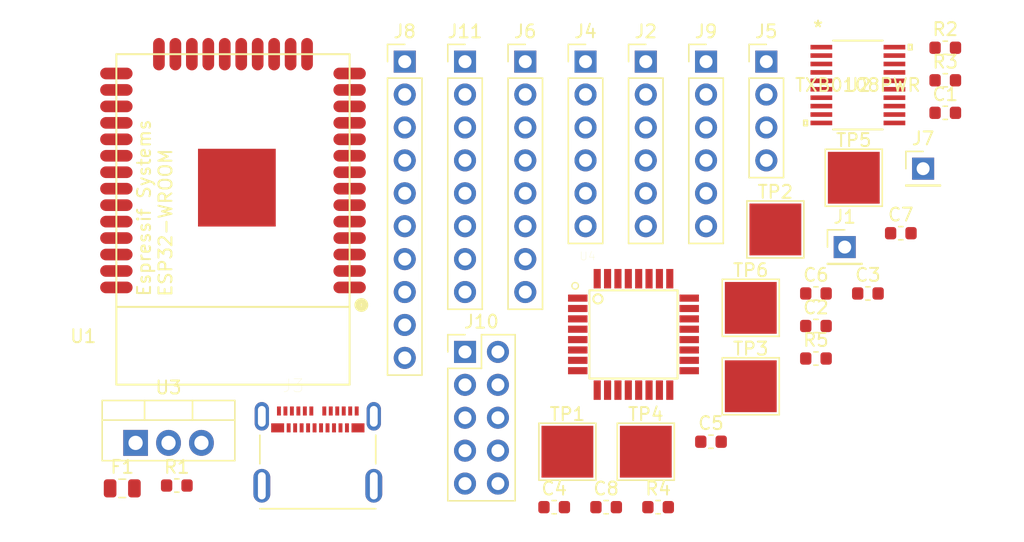
<source format=kicad_pcb>
(kicad_pcb (version 20171130) (host pcbnew "(5.1.5)-3")

  (general
    (thickness 1.6)
    (drawings 0)
    (tracks 0)
    (zones 0)
    (modules 35)
    (nets 102)
  )

  (page A4)
  (layers
    (0 F.Cu signal)
    (31 B.Cu signal)
    (32 B.Adhes user)
    (33 F.Adhes user)
    (34 B.Paste user)
    (35 F.Paste user)
    (36 B.SilkS user)
    (37 F.SilkS user)
    (38 B.Mask user)
    (39 F.Mask user)
    (40 Dwgs.User user)
    (41 Cmts.User user)
    (42 Eco1.User user)
    (43 Eco2.User user)
    (44 Edge.Cuts user)
    (45 Margin user)
    (46 B.CrtYd user)
    (47 F.CrtYd user)
    (48 B.Fab user)
    (49 F.Fab user)
  )

  (setup
    (last_trace_width 0.25)
    (trace_clearance 0.2)
    (zone_clearance 0.508)
    (zone_45_only no)
    (trace_min 0.2)
    (via_size 0.8)
    (via_drill 0.4)
    (via_min_size 0.4)
    (via_min_drill 0.3)
    (uvia_size 0.3)
    (uvia_drill 0.1)
    (uvias_allowed no)
    (uvia_min_size 0.2)
    (uvia_min_drill 0.1)
    (edge_width 0.05)
    (segment_width 0.2)
    (pcb_text_width 0.3)
    (pcb_text_size 1.5 1.5)
    (mod_edge_width 0.12)
    (mod_text_size 1 1)
    (mod_text_width 0.15)
    (pad_size 1.524 1.524)
    (pad_drill 0.762)
    (pad_to_mask_clearance 0.051)
    (solder_mask_min_width 0.25)
    (aux_axis_origin 0 0)
    (visible_elements FFFFFF7F)
    (pcbplotparams
      (layerselection 0x010fc_ffffffff)
      (usegerberextensions false)
      (usegerberattributes false)
      (usegerberadvancedattributes false)
      (creategerberjobfile false)
      (excludeedgelayer true)
      (linewidth 0.100000)
      (plotframeref false)
      (viasonmask false)
      (mode 1)
      (useauxorigin false)
      (hpglpennumber 1)
      (hpglpenspeed 20)
      (hpglpendiameter 15.000000)
      (psnegative false)
      (psa4output false)
      (plotreference true)
      (plotvalue true)
      (plotinvisibletext false)
      (padsonsilk false)
      (subtractmaskfromsilk false)
      (outputformat 1)
      (mirror false)
      (drillshape 1)
      (scaleselection 1)
      (outputdirectory ""))
  )

  (net 0 "")
  (net 1 GND)
  (net 2 "Net-(C1-Pad1)")
  (net 3 +3V3)
  (net 4 +5V)
  (net 5 AREF)
  (net 6 "Net-(F1-Pad1)")
  (net 7 "Net-(J2-Pad5)")
  (net 8 "Net-(J2-Pad3)")
  (net 9 "Net-(J2-Pad2)")
  (net 10 "Net-(J2-Pad1)")
  (net 11 "Net-(J3-PadA2)")
  (net 12 "Net-(J3-PadA3)")
  (net 13 "Net-(J3-PadA5)")
  (net 14 "Net-(J3-PadA6)")
  (net 15 "Net-(J3-PadA8)")
  (net 16 "Net-(J3-PadA10)")
  (net 17 "Net-(J3-PadA11)")
  (net 18 "Net-(J3-PadB2)")
  (net 19 "Net-(J3-PadB3)")
  (net 20 "Net-(J3-PadB5)")
  (net 21 "Net-(J3-PadB6)")
  (net 22 "Net-(J3-PadB8)")
  (net 23 "Net-(J3-PadB10)")
  (net 24 "Net-(J3-PadB11)")
  (net 25 "Net-(J4-Pad1)")
  (net 26 I034)
  (net 27 IO35)
  (net 28 IO32)
  (net 29 IO33)
  (net 30 IO25)
  (net 31 "Net-(J6-Pad1)")
  (net 32 "Net-(J6-Pad2)")
  (net 33 "Net-(J6-Pad3)")
  (net 34 "Net-(J6-Pad4)")
  (net 35 "Net-(J6-Pad5)")
  (net 36 "Net-(J6-Pad6)")
  (net 37 "Net-(J6-Pad7)")
  (net 38 "Net-(J6-Pad8)")
  (net 39 "Net-(J8-Pad1)")
  (net 40 "Net-(J8-Pad2)")
  (net 41 "Net-(J8-Pad3)")
  (net 42 "Net-(J10-Pad1)")
  (net 43 "Net-(J10-Pad9)")
  (net 44 "Net-(J10-Pad7)")
  (net 45 SDA)
  (net 46 SCL)
  (net 47 "Net-(J9-Pad1)")
  (net 48 "Net-(J9-Pad2)")
  (net 49 "Net-(J9-Pad3)")
  (net 50 "Net-(J9-Pad4)")
  (net 51 "Net-(J10-Pad3)")
  (net 52 RESET)
  (net 53 "Net-(J11-Pad8)")
  (net 54 "Net-(J11-Pad1)")
  (net 55 "Net-(R4-Pad2)")
  (net 56 "Net-(U1-Pad37)")
  (net 57 "Net-(U1-Pad36)")
  (net 58 "Net-(U1-Pad33)")
  (net 59 "Net-(U1-Pad32)")
  (net 60 "Net-(U1-Pad31)")
  (net 61 "Net-(U1-Pad30)")
  (net 62 "Net-(U1-Pad29)")
  (net 63 "Net-(U1-Pad28)")
  (net 64 "Net-(U1-Pad27)")
  (net 65 "Net-(U1-Pad26)")
  (net 66 "Net-(U1-Pad24)")
  (net 67 "Net-(U1-Pad23)")
  (net 68 "Net-(U1-Pad22)")
  (net 69 "Net-(U1-Pad21)")
  (net 70 "Net-(U1-Pad20)")
  (net 71 "Net-(U1-Pad19)")
  (net 72 "Net-(U1-Pad18)")
  (net 73 "Net-(U1-Pad17)")
  (net 74 "Net-(U1-Pad16)")
  (net 75 "Net-(U1-Pad14)")
  (net 76 "Net-(U1-Pad13)")
  (net 77 "Net-(U1-Pad12)")
  (net 78 "Net-(U1-Pad11)")
  (net 79 I033)
  (net 80 I032)
  (net 81 IO34)
  (net 82 "Net-(U1-Pad5)")
  (net 83 "Net-(U1-Pad4)")
  (net 84 "Net-(U2-Pad1)")
  (net 85 "Net-(U2-Pad5)")
  (net 86 "Net-(U2-Pad6)")
  (net 87 "Net-(U2-Pad7)")
  (net 88 "Net-(U2-Pad8)")
  (net 89 "Net-(U2-Pad9)")
  (net 90 "Net-(U2-Pad10)")
  (net 91 "Net-(U2-Pad11)")
  (net 92 "Net-(U2-Pad12)")
  (net 93 "Net-(U2-Pad13)")
  (net 94 "Net-(U2-Pad14)")
  (net 95 "Net-(U2-Pad15)")
  (net 96 "Net-(U2-Pad16)")
  (net 97 "Net-(U2-Pad20)")
  (net 98 "Net-(U4-Pad7)")
  (net 99 "Net-(U4-Pad8)")
  (net 100 "Net-(U4-Pad19)")
  (net 101 "Net-(U4-Pad22)")

  (net_class Default "This is the default net class."
    (clearance 0.2)
    (trace_width 0.25)
    (via_dia 0.8)
    (via_drill 0.4)
    (uvia_dia 0.3)
    (uvia_drill 0.1)
    (add_net +3V3)
    (add_net +5V)
    (add_net AREF)
    (add_net GND)
    (add_net I032)
    (add_net I033)
    (add_net I034)
    (add_net IO25)
    (add_net IO32)
    (add_net IO33)
    (add_net IO34)
    (add_net IO35)
    (add_net "Net-(C1-Pad1)")
    (add_net "Net-(F1-Pad1)")
    (add_net "Net-(J10-Pad1)")
    (add_net "Net-(J10-Pad3)")
    (add_net "Net-(J10-Pad7)")
    (add_net "Net-(J10-Pad9)")
    (add_net "Net-(J11-Pad1)")
    (add_net "Net-(J11-Pad8)")
    (add_net "Net-(J2-Pad1)")
    (add_net "Net-(J2-Pad2)")
    (add_net "Net-(J2-Pad3)")
    (add_net "Net-(J2-Pad5)")
    (add_net "Net-(J3-PadA10)")
    (add_net "Net-(J3-PadA11)")
    (add_net "Net-(J3-PadA2)")
    (add_net "Net-(J3-PadA3)")
    (add_net "Net-(J3-PadA5)")
    (add_net "Net-(J3-PadA6)")
    (add_net "Net-(J3-PadA8)")
    (add_net "Net-(J3-PadB10)")
    (add_net "Net-(J3-PadB11)")
    (add_net "Net-(J3-PadB2)")
    (add_net "Net-(J3-PadB3)")
    (add_net "Net-(J3-PadB5)")
    (add_net "Net-(J3-PadB6)")
    (add_net "Net-(J3-PadB8)")
    (add_net "Net-(J4-Pad1)")
    (add_net "Net-(J6-Pad1)")
    (add_net "Net-(J6-Pad2)")
    (add_net "Net-(J6-Pad3)")
    (add_net "Net-(J6-Pad4)")
    (add_net "Net-(J6-Pad5)")
    (add_net "Net-(J6-Pad6)")
    (add_net "Net-(J6-Pad7)")
    (add_net "Net-(J6-Pad8)")
    (add_net "Net-(J8-Pad1)")
    (add_net "Net-(J8-Pad2)")
    (add_net "Net-(J8-Pad3)")
    (add_net "Net-(J9-Pad1)")
    (add_net "Net-(J9-Pad2)")
    (add_net "Net-(J9-Pad3)")
    (add_net "Net-(J9-Pad4)")
    (add_net "Net-(R4-Pad2)")
    (add_net "Net-(U1-Pad11)")
    (add_net "Net-(U1-Pad12)")
    (add_net "Net-(U1-Pad13)")
    (add_net "Net-(U1-Pad14)")
    (add_net "Net-(U1-Pad16)")
    (add_net "Net-(U1-Pad17)")
    (add_net "Net-(U1-Pad18)")
    (add_net "Net-(U1-Pad19)")
    (add_net "Net-(U1-Pad20)")
    (add_net "Net-(U1-Pad21)")
    (add_net "Net-(U1-Pad22)")
    (add_net "Net-(U1-Pad23)")
    (add_net "Net-(U1-Pad24)")
    (add_net "Net-(U1-Pad26)")
    (add_net "Net-(U1-Pad27)")
    (add_net "Net-(U1-Pad28)")
    (add_net "Net-(U1-Pad29)")
    (add_net "Net-(U1-Pad30)")
    (add_net "Net-(U1-Pad31)")
    (add_net "Net-(U1-Pad32)")
    (add_net "Net-(U1-Pad33)")
    (add_net "Net-(U1-Pad36)")
    (add_net "Net-(U1-Pad37)")
    (add_net "Net-(U1-Pad4)")
    (add_net "Net-(U1-Pad5)")
    (add_net "Net-(U2-Pad1)")
    (add_net "Net-(U2-Pad10)")
    (add_net "Net-(U2-Pad11)")
    (add_net "Net-(U2-Pad12)")
    (add_net "Net-(U2-Pad13)")
    (add_net "Net-(U2-Pad14)")
    (add_net "Net-(U2-Pad15)")
    (add_net "Net-(U2-Pad16)")
    (add_net "Net-(U2-Pad20)")
    (add_net "Net-(U2-Pad5)")
    (add_net "Net-(U2-Pad6)")
    (add_net "Net-(U2-Pad7)")
    (add_net "Net-(U2-Pad8)")
    (add_net "Net-(U2-Pad9)")
    (add_net "Net-(U4-Pad19)")
    (add_net "Net-(U4-Pad22)")
    (add_net "Net-(U4-Pad7)")
    (add_net "Net-(U4-Pad8)")
    (add_net RESET)
    (add_net SCL)
    (add_net SDA)
  )

  (module Capacitor_SMD:C_0603_1608Metric (layer F.Cu) (tedit 5B301BBE) (tstamp 5E4A2188)
    (at 189.675001 93.405001)
    (descr "Capacitor SMD 0603 (1608 Metric), square (rectangular) end terminal, IPC_7351 nominal, (Body size source: http://www.tortai-tech.com/upload/download/2011102023233369053.pdf), generated with kicad-footprint-generator")
    (tags capacitor)
    (path /5E8C4570)
    (attr smd)
    (fp_text reference C1 (at 0 -1.43) (layer F.SilkS)
      (effects (font (size 1 1) (thickness 0.15)))
    )
    (fp_text value 0.1uF (at 0 1.43) (layer F.Fab)
      (effects (font (size 1 1) (thickness 0.15)))
    )
    (fp_text user %R (at 0 0) (layer F.Fab)
      (effects (font (size 0.4 0.4) (thickness 0.06)))
    )
    (fp_line (start 1.48 0.73) (end -1.48 0.73) (layer F.CrtYd) (width 0.05))
    (fp_line (start 1.48 -0.73) (end 1.48 0.73) (layer F.CrtYd) (width 0.05))
    (fp_line (start -1.48 -0.73) (end 1.48 -0.73) (layer F.CrtYd) (width 0.05))
    (fp_line (start -1.48 0.73) (end -1.48 -0.73) (layer F.CrtYd) (width 0.05))
    (fp_line (start -0.162779 0.51) (end 0.162779 0.51) (layer F.SilkS) (width 0.12))
    (fp_line (start -0.162779 -0.51) (end 0.162779 -0.51) (layer F.SilkS) (width 0.12))
    (fp_line (start 0.8 0.4) (end -0.8 0.4) (layer F.Fab) (width 0.1))
    (fp_line (start 0.8 -0.4) (end 0.8 0.4) (layer F.Fab) (width 0.1))
    (fp_line (start -0.8 -0.4) (end 0.8 -0.4) (layer F.Fab) (width 0.1))
    (fp_line (start -0.8 0.4) (end -0.8 -0.4) (layer F.Fab) (width 0.1))
    (pad 2 smd roundrect (at 0.7875 0) (size 0.875 0.95) (layers F.Cu F.Paste F.Mask) (roundrect_rratio 0.25)
      (net 1 GND))
    (pad 1 smd roundrect (at -0.7875 0) (size 0.875 0.95) (layers F.Cu F.Paste F.Mask) (roundrect_rratio 0.25)
      (net 2 "Net-(C1-Pad1)"))
    (model ${KISYS3DMOD}/Capacitor_SMD.3dshapes/C_0603_1608Metric.wrl
      (at (xyz 0 0 0))
      (scale (xyz 1 1 1))
      (rotate (xyz 0 0 0))
    )
  )

  (module Capacitor_SMD:C_0603_1608Metric (layer F.Cu) (tedit 5B301BBE) (tstamp 5E4A2199)
    (at 179.695001 109.855001)
    (descr "Capacitor SMD 0603 (1608 Metric), square (rectangular) end terminal, IPC_7351 nominal, (Body size source: http://www.tortai-tech.com/upload/download/2011102023233369053.pdf), generated with kicad-footprint-generator")
    (tags capacitor)
    (path /5E44B7A8)
    (attr smd)
    (fp_text reference C2 (at 0 -1.43) (layer F.SilkS)
      (effects (font (size 1 1) (thickness 0.15)))
    )
    (fp_text value 0.1uF (at 0 1.43) (layer F.Fab)
      (effects (font (size 1 1) (thickness 0.15)))
    )
    (fp_line (start -0.8 0.4) (end -0.8 -0.4) (layer F.Fab) (width 0.1))
    (fp_line (start -0.8 -0.4) (end 0.8 -0.4) (layer F.Fab) (width 0.1))
    (fp_line (start 0.8 -0.4) (end 0.8 0.4) (layer F.Fab) (width 0.1))
    (fp_line (start 0.8 0.4) (end -0.8 0.4) (layer F.Fab) (width 0.1))
    (fp_line (start -0.162779 -0.51) (end 0.162779 -0.51) (layer F.SilkS) (width 0.12))
    (fp_line (start -0.162779 0.51) (end 0.162779 0.51) (layer F.SilkS) (width 0.12))
    (fp_line (start -1.48 0.73) (end -1.48 -0.73) (layer F.CrtYd) (width 0.05))
    (fp_line (start -1.48 -0.73) (end 1.48 -0.73) (layer F.CrtYd) (width 0.05))
    (fp_line (start 1.48 -0.73) (end 1.48 0.73) (layer F.CrtYd) (width 0.05))
    (fp_line (start 1.48 0.73) (end -1.48 0.73) (layer F.CrtYd) (width 0.05))
    (fp_text user %R (at 0 0) (layer F.Fab)
      (effects (font (size 0.4 0.4) (thickness 0.06)))
    )
    (pad 1 smd roundrect (at -0.7875 0) (size 0.875 0.95) (layers F.Cu F.Paste F.Mask) (roundrect_rratio 0.25)
      (net 3 +3V3))
    (pad 2 smd roundrect (at 0.7875 0) (size 0.875 0.95) (layers F.Cu F.Paste F.Mask) (roundrect_rratio 0.25)
      (net 1 GND))
    (model ${KISYS3DMOD}/Capacitor_SMD.3dshapes/C_0603_1608Metric.wrl
      (at (xyz 0 0 0))
      (scale (xyz 1 1 1))
      (rotate (xyz 0 0 0))
    )
  )

  (module Capacitor_SMD:C_0603_1608Metric (layer F.Cu) (tedit 5B301BBE) (tstamp 5E4A21AA)
    (at 183.705001 107.345001)
    (descr "Capacitor SMD 0603 (1608 Metric), square (rectangular) end terminal, IPC_7351 nominal, (Body size source: http://www.tortai-tech.com/upload/download/2011102023233369053.pdf), generated with kicad-footprint-generator")
    (tags capacitor)
    (path /5E44C248)
    (attr smd)
    (fp_text reference C3 (at 0 -1.43) (layer F.SilkS)
      (effects (font (size 1 1) (thickness 0.15)))
    )
    (fp_text value 0.1uF (at 0 1.43) (layer F.Fab)
      (effects (font (size 1 1) (thickness 0.15)))
    )
    (fp_text user %R (at 0 0) (layer F.Fab)
      (effects (font (size 0.4 0.4) (thickness 0.06)))
    )
    (fp_line (start 1.48 0.73) (end -1.48 0.73) (layer F.CrtYd) (width 0.05))
    (fp_line (start 1.48 -0.73) (end 1.48 0.73) (layer F.CrtYd) (width 0.05))
    (fp_line (start -1.48 -0.73) (end 1.48 -0.73) (layer F.CrtYd) (width 0.05))
    (fp_line (start -1.48 0.73) (end -1.48 -0.73) (layer F.CrtYd) (width 0.05))
    (fp_line (start -0.162779 0.51) (end 0.162779 0.51) (layer F.SilkS) (width 0.12))
    (fp_line (start -0.162779 -0.51) (end 0.162779 -0.51) (layer F.SilkS) (width 0.12))
    (fp_line (start 0.8 0.4) (end -0.8 0.4) (layer F.Fab) (width 0.1))
    (fp_line (start 0.8 -0.4) (end 0.8 0.4) (layer F.Fab) (width 0.1))
    (fp_line (start -0.8 -0.4) (end 0.8 -0.4) (layer F.Fab) (width 0.1))
    (fp_line (start -0.8 0.4) (end -0.8 -0.4) (layer F.Fab) (width 0.1))
    (pad 2 smd roundrect (at 0.7875 0) (size 0.875 0.95) (layers F.Cu F.Paste F.Mask) (roundrect_rratio 0.25)
      (net 1 GND))
    (pad 1 smd roundrect (at -0.7875 0) (size 0.875 0.95) (layers F.Cu F.Paste F.Mask) (roundrect_rratio 0.25)
      (net 4 +5V))
    (model ${KISYS3DMOD}/Capacitor_SMD.3dshapes/C_0603_1608Metric.wrl
      (at (xyz 0 0 0))
      (scale (xyz 1 1 1))
      (rotate (xyz 0 0 0))
    )
  )

  (module Capacitor_SMD:C_0603_1608Metric (layer F.Cu) (tedit 5B301BBE) (tstamp 5E4A21BB)
    (at 159.495001 123.835001)
    (descr "Capacitor SMD 0603 (1608 Metric), square (rectangular) end terminal, IPC_7351 nominal, (Body size source: http://www.tortai-tech.com/upload/download/2011102023233369053.pdf), generated with kicad-footprint-generator")
    (tags capacitor)
    (path /5E280C13)
    (attr smd)
    (fp_text reference C4 (at 0 -1.43) (layer F.SilkS)
      (effects (font (size 1 1) (thickness 0.15)))
    )
    (fp_text value 100uF (at 0 1.43) (layer F.Fab)
      (effects (font (size 1 1) (thickness 0.15)))
    )
    (fp_line (start -0.8 0.4) (end -0.8 -0.4) (layer F.Fab) (width 0.1))
    (fp_line (start -0.8 -0.4) (end 0.8 -0.4) (layer F.Fab) (width 0.1))
    (fp_line (start 0.8 -0.4) (end 0.8 0.4) (layer F.Fab) (width 0.1))
    (fp_line (start 0.8 0.4) (end -0.8 0.4) (layer F.Fab) (width 0.1))
    (fp_line (start -0.162779 -0.51) (end 0.162779 -0.51) (layer F.SilkS) (width 0.12))
    (fp_line (start -0.162779 0.51) (end 0.162779 0.51) (layer F.SilkS) (width 0.12))
    (fp_line (start -1.48 0.73) (end -1.48 -0.73) (layer F.CrtYd) (width 0.05))
    (fp_line (start -1.48 -0.73) (end 1.48 -0.73) (layer F.CrtYd) (width 0.05))
    (fp_line (start 1.48 -0.73) (end 1.48 0.73) (layer F.CrtYd) (width 0.05))
    (fp_line (start 1.48 0.73) (end -1.48 0.73) (layer F.CrtYd) (width 0.05))
    (fp_text user %R (at 0 0) (layer F.Fab)
      (effects (font (size 0.4 0.4) (thickness 0.06)))
    )
    (pad 1 smd roundrect (at -0.7875 0) (size 0.875 0.95) (layers F.Cu F.Paste F.Mask) (roundrect_rratio 0.25)
      (net 4 +5V))
    (pad 2 smd roundrect (at 0.7875 0) (size 0.875 0.95) (layers F.Cu F.Paste F.Mask) (roundrect_rratio 0.25)
      (net 1 GND))
    (model ${KISYS3DMOD}/Capacitor_SMD.3dshapes/C_0603_1608Metric.wrl
      (at (xyz 0 0 0))
      (scale (xyz 1 1 1))
      (rotate (xyz 0 0 0))
    )
  )

  (module Capacitor_SMD:C_0603_1608Metric (layer F.Cu) (tedit 5B301BBE) (tstamp 5E4A21CC)
    (at 171.595001 118.785001)
    (descr "Capacitor SMD 0603 (1608 Metric), square (rectangular) end terminal, IPC_7351 nominal, (Body size source: http://www.tortai-tech.com/upload/download/2011102023233369053.pdf), generated with kicad-footprint-generator")
    (tags capacitor)
    (path /5E60035B)
    (attr smd)
    (fp_text reference C5 (at 0 -1.43) (layer F.SilkS)
      (effects (font (size 1 1) (thickness 0.15)))
    )
    (fp_text value 0.1nF (at 0 1.43) (layer F.Fab)
      (effects (font (size 1 1) (thickness 0.15)))
    )
    (fp_line (start -0.8 0.4) (end -0.8 -0.4) (layer F.Fab) (width 0.1))
    (fp_line (start -0.8 -0.4) (end 0.8 -0.4) (layer F.Fab) (width 0.1))
    (fp_line (start 0.8 -0.4) (end 0.8 0.4) (layer F.Fab) (width 0.1))
    (fp_line (start 0.8 0.4) (end -0.8 0.4) (layer F.Fab) (width 0.1))
    (fp_line (start -0.162779 -0.51) (end 0.162779 -0.51) (layer F.SilkS) (width 0.12))
    (fp_line (start -0.162779 0.51) (end 0.162779 0.51) (layer F.SilkS) (width 0.12))
    (fp_line (start -1.48 0.73) (end -1.48 -0.73) (layer F.CrtYd) (width 0.05))
    (fp_line (start -1.48 -0.73) (end 1.48 -0.73) (layer F.CrtYd) (width 0.05))
    (fp_line (start 1.48 -0.73) (end 1.48 0.73) (layer F.CrtYd) (width 0.05))
    (fp_line (start 1.48 0.73) (end -1.48 0.73) (layer F.CrtYd) (width 0.05))
    (fp_text user %R (at 0 0) (layer F.Fab)
      (effects (font (size 0.4 0.4) (thickness 0.06)))
    )
    (pad 1 smd roundrect (at -0.7875 0) (size 0.875 0.95) (layers F.Cu F.Paste F.Mask) (roundrect_rratio 0.25)
      (net 4 +5V))
    (pad 2 smd roundrect (at 0.7875 0) (size 0.875 0.95) (layers F.Cu F.Paste F.Mask) (roundrect_rratio 0.25)
      (net 1 GND))
    (model ${KISYS3DMOD}/Capacitor_SMD.3dshapes/C_0603_1608Metric.wrl
      (at (xyz 0 0 0))
      (scale (xyz 1 1 1))
      (rotate (xyz 0 0 0))
    )
  )

  (module Capacitor_SMD:C_0603_1608Metric (layer F.Cu) (tedit 5B301BBE) (tstamp 5E4A21DD)
    (at 179.695001 107.345001)
    (descr "Capacitor SMD 0603 (1608 Metric), square (rectangular) end terminal, IPC_7351 nominal, (Body size source: http://www.tortai-tech.com/upload/download/2011102023233369053.pdf), generated with kicad-footprint-generator")
    (tags capacitor)
    (path /5E985527)
    (attr smd)
    (fp_text reference C6 (at 0 -1.43) (layer F.SilkS)
      (effects (font (size 1 1) (thickness 0.15)))
    )
    (fp_text value 100nF (at 0 1.43) (layer F.Fab)
      (effects (font (size 1 1) (thickness 0.15)))
    )
    (fp_text user %R (at 0 0) (layer F.Fab)
      (effects (font (size 0.4 0.4) (thickness 0.06)))
    )
    (fp_line (start 1.48 0.73) (end -1.48 0.73) (layer F.CrtYd) (width 0.05))
    (fp_line (start 1.48 -0.73) (end 1.48 0.73) (layer F.CrtYd) (width 0.05))
    (fp_line (start -1.48 -0.73) (end 1.48 -0.73) (layer F.CrtYd) (width 0.05))
    (fp_line (start -1.48 0.73) (end -1.48 -0.73) (layer F.CrtYd) (width 0.05))
    (fp_line (start -0.162779 0.51) (end 0.162779 0.51) (layer F.SilkS) (width 0.12))
    (fp_line (start -0.162779 -0.51) (end 0.162779 -0.51) (layer F.SilkS) (width 0.12))
    (fp_line (start 0.8 0.4) (end -0.8 0.4) (layer F.Fab) (width 0.1))
    (fp_line (start 0.8 -0.4) (end 0.8 0.4) (layer F.Fab) (width 0.1))
    (fp_line (start -0.8 -0.4) (end 0.8 -0.4) (layer F.Fab) (width 0.1))
    (fp_line (start -0.8 0.4) (end -0.8 -0.4) (layer F.Fab) (width 0.1))
    (pad 2 smd roundrect (at 0.7875 0) (size 0.875 0.95) (layers F.Cu F.Paste F.Mask) (roundrect_rratio 0.25)
      (net 1 GND))
    (pad 1 smd roundrect (at -0.7875 0) (size 0.875 0.95) (layers F.Cu F.Paste F.Mask) (roundrect_rratio 0.25)
      (net 5 AREF))
    (model ${KISYS3DMOD}/Capacitor_SMD.3dshapes/C_0603_1608Metric.wrl
      (at (xyz 0 0 0))
      (scale (xyz 1 1 1))
      (rotate (xyz 0 0 0))
    )
  )

  (module Capacitor_SMD:C_0603_1608Metric (layer F.Cu) (tedit 5B301BBE) (tstamp 5E4A21EE)
    (at 186.245001 102.695001)
    (descr "Capacitor SMD 0603 (1608 Metric), square (rectangular) end terminal, IPC_7351 nominal, (Body size source: http://www.tortai-tech.com/upload/download/2011102023233369053.pdf), generated with kicad-footprint-generator")
    (tags capacitor)
    (path /5E28B735)
    (attr smd)
    (fp_text reference C7 (at 0 -1.43) (layer F.SilkS)
      (effects (font (size 1 1) (thickness 0.15)))
    )
    (fp_text value 10uF (at 0 1.43) (layer F.Fab)
      (effects (font (size 1 1) (thickness 0.15)))
    )
    (fp_text user %R (at 0 0) (layer F.Fab)
      (effects (font (size 0.4 0.4) (thickness 0.06)))
    )
    (fp_line (start 1.48 0.73) (end -1.48 0.73) (layer F.CrtYd) (width 0.05))
    (fp_line (start 1.48 -0.73) (end 1.48 0.73) (layer F.CrtYd) (width 0.05))
    (fp_line (start -1.48 -0.73) (end 1.48 -0.73) (layer F.CrtYd) (width 0.05))
    (fp_line (start -1.48 0.73) (end -1.48 -0.73) (layer F.CrtYd) (width 0.05))
    (fp_line (start -0.162779 0.51) (end 0.162779 0.51) (layer F.SilkS) (width 0.12))
    (fp_line (start -0.162779 -0.51) (end 0.162779 -0.51) (layer F.SilkS) (width 0.12))
    (fp_line (start 0.8 0.4) (end -0.8 0.4) (layer F.Fab) (width 0.1))
    (fp_line (start 0.8 -0.4) (end 0.8 0.4) (layer F.Fab) (width 0.1))
    (fp_line (start -0.8 -0.4) (end 0.8 -0.4) (layer F.Fab) (width 0.1))
    (fp_line (start -0.8 0.4) (end -0.8 -0.4) (layer F.Fab) (width 0.1))
    (pad 2 smd roundrect (at 0.7875 0) (size 0.875 0.95) (layers F.Cu F.Paste F.Mask) (roundrect_rratio 0.25)
      (net 1 GND))
    (pad 1 smd roundrect (at -0.7875 0) (size 0.875 0.95) (layers F.Cu F.Paste F.Mask) (roundrect_rratio 0.25)
      (net 3 +3V3))
    (model ${KISYS3DMOD}/Capacitor_SMD.3dshapes/C_0603_1608Metric.wrl
      (at (xyz 0 0 0))
      (scale (xyz 1 1 1))
      (rotate (xyz 0 0 0))
    )
  )

  (module Capacitor_SMD:C_0603_1608Metric (layer F.Cu) (tedit 5B301BBE) (tstamp 5E4A21FF)
    (at 163.505001 123.835001)
    (descr "Capacitor SMD 0603 (1608 Metric), square (rectangular) end terminal, IPC_7351 nominal, (Body size source: http://www.tortai-tech.com/upload/download/2011102023233369053.pdf), generated with kicad-footprint-generator")
    (tags capacitor)
    (path /5E28EBC4)
    (attr smd)
    (fp_text reference C8 (at 0 -1.43) (layer F.SilkS)
      (effects (font (size 1 1) (thickness 0.15)))
    )
    (fp_text value 0.1uF (at 0 1.43) (layer F.Fab)
      (effects (font (size 1 1) (thickness 0.15)))
    )
    (fp_line (start -0.8 0.4) (end -0.8 -0.4) (layer F.Fab) (width 0.1))
    (fp_line (start -0.8 -0.4) (end 0.8 -0.4) (layer F.Fab) (width 0.1))
    (fp_line (start 0.8 -0.4) (end 0.8 0.4) (layer F.Fab) (width 0.1))
    (fp_line (start 0.8 0.4) (end -0.8 0.4) (layer F.Fab) (width 0.1))
    (fp_line (start -0.162779 -0.51) (end 0.162779 -0.51) (layer F.SilkS) (width 0.12))
    (fp_line (start -0.162779 0.51) (end 0.162779 0.51) (layer F.SilkS) (width 0.12))
    (fp_line (start -1.48 0.73) (end -1.48 -0.73) (layer F.CrtYd) (width 0.05))
    (fp_line (start -1.48 -0.73) (end 1.48 -0.73) (layer F.CrtYd) (width 0.05))
    (fp_line (start 1.48 -0.73) (end 1.48 0.73) (layer F.CrtYd) (width 0.05))
    (fp_line (start 1.48 0.73) (end -1.48 0.73) (layer F.CrtYd) (width 0.05))
    (fp_text user %R (at 0 0) (layer F.Fab)
      (effects (font (size 0.4 0.4) (thickness 0.06)))
    )
    (pad 1 smd roundrect (at -0.7875 0) (size 0.875 0.95) (layers F.Cu F.Paste F.Mask) (roundrect_rratio 0.25)
      (net 3 +3V3))
    (pad 2 smd roundrect (at 0.7875 0) (size 0.875 0.95) (layers F.Cu F.Paste F.Mask) (roundrect_rratio 0.25)
      (net 1 GND))
    (model ${KISYS3DMOD}/Capacitor_SMD.3dshapes/C_0603_1608Metric.wrl
      (at (xyz 0 0 0))
      (scale (xyz 1 1 1))
      (rotate (xyz 0 0 0))
    )
  )

  (module Fuse:Fuse_0805_2012Metric (layer F.Cu) (tedit 5B36C52C) (tstamp 5E4A2210)
    (at 126.165001 122.385001)
    (descr "Fuse SMD 0805 (2012 Metric), square (rectangular) end terminal, IPC_7351 nominal, (Body size source: https://docs.google.com/spreadsheets/d/1BsfQQcO9C6DZCsRaXUlFlo91Tg2WpOkGARC1WS5S8t0/edit?usp=sharing), generated with kicad-footprint-generator")
    (tags resistor)
    (path /5E27DB80)
    (attr smd)
    (fp_text reference F1 (at 0 -1.65) (layer F.SilkS)
      (effects (font (size 1 1) (thickness 0.15)))
    )
    (fp_text value "5.5V 3A Resettable Fuse" (at 0 1.65) (layer F.Fab)
      (effects (font (size 1 1) (thickness 0.15)))
    )
    (fp_line (start -1 0.6) (end -1 -0.6) (layer F.Fab) (width 0.1))
    (fp_line (start -1 -0.6) (end 1 -0.6) (layer F.Fab) (width 0.1))
    (fp_line (start 1 -0.6) (end 1 0.6) (layer F.Fab) (width 0.1))
    (fp_line (start 1 0.6) (end -1 0.6) (layer F.Fab) (width 0.1))
    (fp_line (start -0.258578 -0.71) (end 0.258578 -0.71) (layer F.SilkS) (width 0.12))
    (fp_line (start -0.258578 0.71) (end 0.258578 0.71) (layer F.SilkS) (width 0.12))
    (fp_line (start -1.68 0.95) (end -1.68 -0.95) (layer F.CrtYd) (width 0.05))
    (fp_line (start -1.68 -0.95) (end 1.68 -0.95) (layer F.CrtYd) (width 0.05))
    (fp_line (start 1.68 -0.95) (end 1.68 0.95) (layer F.CrtYd) (width 0.05))
    (fp_line (start 1.68 0.95) (end -1.68 0.95) (layer F.CrtYd) (width 0.05))
    (fp_text user %R (at 0 0) (layer F.Fab)
      (effects (font (size 0.5 0.5) (thickness 0.08)))
    )
    (pad 1 smd roundrect (at -0.9375 0) (size 0.975 1.4) (layers F.Cu F.Paste F.Mask) (roundrect_rratio 0.25)
      (net 6 "Net-(F1-Pad1)"))
    (pad 2 smd roundrect (at 0.9375 0) (size 0.975 1.4) (layers F.Cu F.Paste F.Mask) (roundrect_rratio 0.25)
      (net 4 +5V))
    (model ${KISYS3DMOD}/Fuse.3dshapes/Fuse_0805_2012Metric.wrl
      (at (xyz 0 0 0))
      (scale (xyz 1 1 1))
      (rotate (xyz 0 0 0))
    )
  )

  (module Connector_PinHeader_2.54mm:PinHeader_1x01_P2.54mm_Vertical (layer F.Cu) (tedit 59FED5CC) (tstamp 5E4A2225)
    (at 181.915001 103.765001)
    (descr "Through hole straight pin header, 1x01, 2.54mm pitch, single row")
    (tags "Through hole pin header THT 1x01 2.54mm single row")
    (path /5EA24A67)
    (fp_text reference J1 (at 0 -2.33) (layer F.SilkS)
      (effects (font (size 1 1) (thickness 0.15)))
    )
    (fp_text value 3.3_Direct (at 0 2.33) (layer F.Fab)
      (effects (font (size 1 1) (thickness 0.15)))
    )
    (fp_line (start -0.635 -1.27) (end 1.27 -1.27) (layer F.Fab) (width 0.1))
    (fp_line (start 1.27 -1.27) (end 1.27 1.27) (layer F.Fab) (width 0.1))
    (fp_line (start 1.27 1.27) (end -1.27 1.27) (layer F.Fab) (width 0.1))
    (fp_line (start -1.27 1.27) (end -1.27 -0.635) (layer F.Fab) (width 0.1))
    (fp_line (start -1.27 -0.635) (end -0.635 -1.27) (layer F.Fab) (width 0.1))
    (fp_line (start -1.33 1.33) (end 1.33 1.33) (layer F.SilkS) (width 0.12))
    (fp_line (start -1.33 1.27) (end -1.33 1.33) (layer F.SilkS) (width 0.12))
    (fp_line (start 1.33 1.27) (end 1.33 1.33) (layer F.SilkS) (width 0.12))
    (fp_line (start -1.33 1.27) (end 1.33 1.27) (layer F.SilkS) (width 0.12))
    (fp_line (start -1.33 0) (end -1.33 -1.33) (layer F.SilkS) (width 0.12))
    (fp_line (start -1.33 -1.33) (end 0 -1.33) (layer F.SilkS) (width 0.12))
    (fp_line (start -1.8 -1.8) (end -1.8 1.8) (layer F.CrtYd) (width 0.05))
    (fp_line (start -1.8 1.8) (end 1.8 1.8) (layer F.CrtYd) (width 0.05))
    (fp_line (start 1.8 1.8) (end 1.8 -1.8) (layer F.CrtYd) (width 0.05))
    (fp_line (start 1.8 -1.8) (end -1.8 -1.8) (layer F.CrtYd) (width 0.05))
    (fp_text user %R (at 0 0 90) (layer F.Fab)
      (effects (font (size 1 1) (thickness 0.15)))
    )
    (pad 1 thru_hole rect (at 0 0) (size 1.7 1.7) (drill 1) (layers *.Cu *.Mask)
      (net 3 +3V3))
    (model ${KISYS3DMOD}/Connector_PinHeader_2.54mm.3dshapes/PinHeader_1x01_P2.54mm_Vertical.wrl
      (at (xyz 0 0 0))
      (scale (xyz 1 1 1))
      (rotate (xyz 0 0 0))
    )
  )

  (module Connector_PinHeader_2.54mm:PinHeader_1x06_P2.54mm_Vertical (layer F.Cu) (tedit 59FED5CC) (tstamp 5E4A223F)
    (at 166.565001 89.455001)
    (descr "Through hole straight pin header, 1x06, 2.54mm pitch, single row")
    (tags "Through hole pin header THT 1x06 2.54mm single row")
    (path /5E52AA00)
    (fp_text reference J2 (at 0 -2.33) (layer F.SilkS)
      (effects (font (size 1 1) (thickness 0.15)))
    )
    (fp_text value FTDI (at 0 15.03) (layer F.Fab)
      (effects (font (size 1 1) (thickness 0.15)))
    )
    (fp_text user %R (at 0 6.35 90) (layer F.Fab)
      (effects (font (size 1 1) (thickness 0.15)))
    )
    (fp_line (start 1.8 -1.8) (end -1.8 -1.8) (layer F.CrtYd) (width 0.05))
    (fp_line (start 1.8 14.5) (end 1.8 -1.8) (layer F.CrtYd) (width 0.05))
    (fp_line (start -1.8 14.5) (end 1.8 14.5) (layer F.CrtYd) (width 0.05))
    (fp_line (start -1.8 -1.8) (end -1.8 14.5) (layer F.CrtYd) (width 0.05))
    (fp_line (start -1.33 -1.33) (end 0 -1.33) (layer F.SilkS) (width 0.12))
    (fp_line (start -1.33 0) (end -1.33 -1.33) (layer F.SilkS) (width 0.12))
    (fp_line (start -1.33 1.27) (end 1.33 1.27) (layer F.SilkS) (width 0.12))
    (fp_line (start 1.33 1.27) (end 1.33 14.03) (layer F.SilkS) (width 0.12))
    (fp_line (start -1.33 1.27) (end -1.33 14.03) (layer F.SilkS) (width 0.12))
    (fp_line (start -1.33 14.03) (end 1.33 14.03) (layer F.SilkS) (width 0.12))
    (fp_line (start -1.27 -0.635) (end -0.635 -1.27) (layer F.Fab) (width 0.1))
    (fp_line (start -1.27 13.97) (end -1.27 -0.635) (layer F.Fab) (width 0.1))
    (fp_line (start 1.27 13.97) (end -1.27 13.97) (layer F.Fab) (width 0.1))
    (fp_line (start 1.27 -1.27) (end 1.27 13.97) (layer F.Fab) (width 0.1))
    (fp_line (start -0.635 -1.27) (end 1.27 -1.27) (layer F.Fab) (width 0.1))
    (pad 6 thru_hole oval (at 0 12.7) (size 1.7 1.7) (drill 1) (layers *.Cu *.Mask)
      (net 1 GND))
    (pad 5 thru_hole oval (at 0 10.16) (size 1.7 1.7) (drill 1) (layers *.Cu *.Mask)
      (net 7 "Net-(J2-Pad5)"))
    (pad 4 thru_hole oval (at 0 7.62) (size 1.7 1.7) (drill 1) (layers *.Cu *.Mask)
      (net 3 +3V3))
    (pad 3 thru_hole oval (at 0 5.08) (size 1.7 1.7) (drill 1) (layers *.Cu *.Mask)
      (net 8 "Net-(J2-Pad3)"))
    (pad 2 thru_hole oval (at 0 2.54) (size 1.7 1.7) (drill 1) (layers *.Cu *.Mask)
      (net 9 "Net-(J2-Pad2)"))
    (pad 1 thru_hole rect (at 0 0) (size 1.7 1.7) (drill 1) (layers *.Cu *.Mask)
      (net 10 "Net-(J2-Pad1)"))
    (model ${KISYS3DMOD}/Connector_PinHeader_2.54mm.3dshapes/PinHeader_1x06_P2.54mm_Vertical.wrl
      (at (xyz 0 0 0))
      (scale (xyz 1 1 1))
      (rotate (xyz 0 0 0))
    )
  )

  (module "USB Receptale:MOLEX_105450-0101" (layer F.Cu) (tedit 5E48D31B) (tstamp 5E4A226C)
    (at 141.255001 120.185001)
    (path /5EB8123E)
    (fp_text reference J3 (at -1.899125 -5.722835) (layer F.SilkS)
      (effects (font (size 1.003598 1.003598) (thickness 0.015)))
    )
    (fp_text value 105450-0101 (at 5.748805 5.717805) (layer F.Fab)
      (effects (font (size 1.003504 1.003504) (thickness 0.015)))
    )
    (fp_poly (pts (xy -3.50081 -1.88) (xy 3.5 -1.88) (xy 3.5 3.77087) (xy -3.50081 3.77087)) (layer Dwgs.User) (width 0.01))
    (fp_line (start -4.47 3.95) (end 4.47 3.95) (layer F.Fab) (width 0.127))
    (fp_line (start 4.47 3.95) (end 4.47 -3.95) (layer F.Fab) (width 0.127))
    (fp_line (start 4.47 -3.95) (end -4.47 -3.95) (layer F.Fab) (width 0.127))
    (fp_line (start -4.47 -3.95) (end -4.47 3.95) (layer F.Fab) (width 0.127))
    (fp_line (start -5.22 -4.71) (end 5.22 -4.71) (layer F.CrtYd) (width 0.05))
    (fp_line (start 5.22 -4.71) (end 5.22 4.2) (layer F.CrtYd) (width 0.05))
    (fp_line (start 5.22 4.2) (end -5.22 4.2) (layer F.CrtYd) (width 0.05))
    (fp_line (start -5.22 4.2) (end -5.22 -4.71) (layer F.CrtYd) (width 0.05))
    (fp_line (start -4.47 3.77) (end 4.47 3.77) (layer F.SilkS) (width 0.127))
    (fp_line (start -4.47 0.3) (end -4.47 -1.9) (layer F.SilkS) (width 0.127))
    (fp_line (start 4.47 0.3) (end 4.47 -1.9) (layer F.SilkS) (width 0.127))
    (fp_poly (pts (xy -3.50241 -1.88) (xy 3.5 -1.88) (xy 3.5 3.7726) (xy -3.50241 3.7726)) (layer Dwgs.User) (width 0.01))
    (pad A1 smd rect (at -3 -3.77) (size 0.3 0.7) (layers F.Cu F.Paste F.Mask)
      (net 1 GND))
    (pad A2 smd rect (at -2.5 -3.77) (size 0.3 0.7) (layers F.Cu F.Paste F.Mask)
      (net 11 "Net-(J3-PadA2)"))
    (pad A3 smd rect (at -2 -3.77) (size 0.3 0.7) (layers F.Cu F.Paste F.Mask)
      (net 12 "Net-(J3-PadA3)"))
    (pad A4 smd rect (at -1.5 -3.77) (size 0.3 0.7) (layers F.Cu F.Paste F.Mask)
      (net 6 "Net-(F1-Pad1)"))
    (pad A5 smd rect (at -1 -3.77) (size 0.3 0.7) (layers F.Cu F.Paste F.Mask)
      (net 13 "Net-(J3-PadA5)"))
    (pad A6 smd rect (at -0.5 -3.77) (size 0.3 0.7) (layers F.Cu F.Paste F.Mask)
      (net 14 "Net-(J3-PadA6)"))
    (pad A7 smd rect (at 0.5 -3.77) (size 0.3 0.7) (layers F.Cu F.Paste F.Mask)
      (net 14 "Net-(J3-PadA6)"))
    (pad A8 smd rect (at 1 -3.77) (size 0.3 0.7) (layers F.Cu F.Paste F.Mask)
      (net 15 "Net-(J3-PadA8)"))
    (pad A9 smd rect (at 1.5 -3.77) (size 0.3 0.7) (layers F.Cu F.Paste F.Mask)
      (net 6 "Net-(F1-Pad1)"))
    (pad A10 smd rect (at 2 -3.77) (size 0.3 0.7) (layers F.Cu F.Paste F.Mask)
      (net 16 "Net-(J3-PadA10)"))
    (pad A11 smd rect (at 2.5 -3.77) (size 0.3 0.7) (layers F.Cu F.Paste F.Mask)
      (net 17 "Net-(J3-PadA11)"))
    (pad A12 smd rect (at 3 -3.77) (size 0.3 0.7) (layers F.Cu F.Paste F.Mask)
      (net 1 GND))
    (pad B1 smd rect (at 3.1 -2.47) (size 1 0.7) (layers F.Cu F.Paste F.Mask)
      (net 1 GND))
    (pad B2 smd rect (at 2.25 -2.47) (size 0.3 0.7) (layers F.Cu F.Paste F.Mask)
      (net 18 "Net-(J3-PadB2)"))
    (pad B3 smd rect (at 1.75 -2.47) (size 0.3 0.7) (layers F.Cu F.Paste F.Mask)
      (net 19 "Net-(J3-PadB3)"))
    (pad B4 smd rect (at 1.25 -2.47) (size 0.3 0.7) (layers F.Cu F.Paste F.Mask)
      (net 6 "Net-(F1-Pad1)"))
    (pad B5 smd rect (at 0.75 -2.47) (size 0.3 0.7) (layers F.Cu F.Paste F.Mask)
      (net 20 "Net-(J3-PadB5)"))
    (pad B6 smd rect (at 0.25 -2.47) (size 0.3 0.7) (layers F.Cu F.Paste F.Mask)
      (net 21 "Net-(J3-PadB6)"))
    (pad B7 smd rect (at -0.25 -2.47) (size 0.3 0.7) (layers F.Cu F.Paste F.Mask)
      (net 21 "Net-(J3-PadB6)"))
    (pad B8 smd rect (at -0.75 -2.47) (size 0.3 0.7) (layers F.Cu F.Paste F.Mask)
      (net 22 "Net-(J3-PadB8)"))
    (pad B9 smd rect (at -1.25 -2.47) (size 0.3 0.7) (layers F.Cu F.Paste F.Mask)
      (net 6 "Net-(F1-Pad1)"))
    (pad B10 smd rect (at -1.75 -2.47) (size 0.3 0.7) (layers F.Cu F.Paste F.Mask)
      (net 23 "Net-(J3-PadB10)"))
    (pad B11 smd rect (at -2.25 -2.47) (size 0.3 0.7) (layers F.Cu F.Paste F.Mask)
      (net 24 "Net-(J3-PadB11)"))
    (pad B12 smd rect (at -3.1 -2.47) (size 1 0.7) (layers F.Cu F.Paste F.Mask)
      (net 1 GND))
    (pad S1 thru_hole oval (at -4.32 -3.36) (size 1.1 2.2) (drill oval 0.6 1.6) (layers *.Cu *.Mask)
      (net 1 GND))
    (pad S2 thru_hole oval (at 4.32 -3.36) (size 1.1 2.2) (drill oval 0.6 1.6) (layers *.Cu *.Mask)
      (net 1 GND))
    (pad S3 thru_hole oval (at -4.32 2) (size 1.3 2.6) (drill oval 0.6 2.1) (layers *.Cu *.Mask)
      (net 1 GND))
    (pad S4 thru_hole oval (at 4.32 2) (size 1.3 2.6) (drill oval 0.6 2.1) (layers *.Cu *.Mask)
      (net 1 GND))
  )

  (module Connector_PinHeader_2.54mm:PinHeader_1x06_P2.54mm_Vertical (layer F.Cu) (tedit 59FED5CC) (tstamp 5E4A2286)
    (at 161.915001 89.455001)
    (descr "Through hole straight pin header, 1x06, 2.54mm pitch, single row")
    (tags "Through hole pin header THT 1x06 2.54mm single row")
    (path /5EAABF26)
    (fp_text reference J4 (at 0 -2.33) (layer F.SilkS)
      (effects (font (size 1 1) (thickness 0.15)))
    )
    (fp_text value I/O_TEST (at 0 15.03) (layer F.Fab)
      (effects (font (size 1 1) (thickness 0.15)))
    )
    (fp_line (start -0.635 -1.27) (end 1.27 -1.27) (layer F.Fab) (width 0.1))
    (fp_line (start 1.27 -1.27) (end 1.27 13.97) (layer F.Fab) (width 0.1))
    (fp_line (start 1.27 13.97) (end -1.27 13.97) (layer F.Fab) (width 0.1))
    (fp_line (start -1.27 13.97) (end -1.27 -0.635) (layer F.Fab) (width 0.1))
    (fp_line (start -1.27 -0.635) (end -0.635 -1.27) (layer F.Fab) (width 0.1))
    (fp_line (start -1.33 14.03) (end 1.33 14.03) (layer F.SilkS) (width 0.12))
    (fp_line (start -1.33 1.27) (end -1.33 14.03) (layer F.SilkS) (width 0.12))
    (fp_line (start 1.33 1.27) (end 1.33 14.03) (layer F.SilkS) (width 0.12))
    (fp_line (start -1.33 1.27) (end 1.33 1.27) (layer F.SilkS) (width 0.12))
    (fp_line (start -1.33 0) (end -1.33 -1.33) (layer F.SilkS) (width 0.12))
    (fp_line (start -1.33 -1.33) (end 0 -1.33) (layer F.SilkS) (width 0.12))
    (fp_line (start -1.8 -1.8) (end -1.8 14.5) (layer F.CrtYd) (width 0.05))
    (fp_line (start -1.8 14.5) (end 1.8 14.5) (layer F.CrtYd) (width 0.05))
    (fp_line (start 1.8 14.5) (end 1.8 -1.8) (layer F.CrtYd) (width 0.05))
    (fp_line (start 1.8 -1.8) (end -1.8 -1.8) (layer F.CrtYd) (width 0.05))
    (fp_text user %R (at 0 6.35 90) (layer F.Fab)
      (effects (font (size 1 1) (thickness 0.15)))
    )
    (pad 1 thru_hole rect (at 0 0) (size 1.7 1.7) (drill 1) (layers *.Cu *.Mask)
      (net 25 "Net-(J4-Pad1)"))
    (pad 2 thru_hole oval (at 0 2.54) (size 1.7 1.7) (drill 1) (layers *.Cu *.Mask)
      (net 26 I034))
    (pad 3 thru_hole oval (at 0 5.08) (size 1.7 1.7) (drill 1) (layers *.Cu *.Mask)
      (net 27 IO35))
    (pad 4 thru_hole oval (at 0 7.62) (size 1.7 1.7) (drill 1) (layers *.Cu *.Mask)
      (net 28 IO32))
    (pad 5 thru_hole oval (at 0 10.16) (size 1.7 1.7) (drill 1) (layers *.Cu *.Mask)
      (net 29 IO33))
    (pad 6 thru_hole oval (at 0 12.7) (size 1.7 1.7) (drill 1) (layers *.Cu *.Mask)
      (net 30 IO25))
    (model ${KISYS3DMOD}/Connector_PinHeader_2.54mm.3dshapes/PinHeader_1x06_P2.54mm_Vertical.wrl
      (at (xyz 0 0 0))
      (scale (xyz 1 1 1))
      (rotate (xyz 0 0 0))
    )
  )

  (module Connector_PinHeader_2.54mm:PinHeader_1x04_P2.54mm_Vertical (layer F.Cu) (tedit 59FED5CC) (tstamp 5E4A229E)
    (at 175.865001 89.455001)
    (descr "Through hole straight pin header, 1x04, 2.54mm pitch, single row")
    (tags "Through hole pin header THT 1x04 2.54mm single row")
    (path /5EB0533B)
    (fp_text reference J5 (at 0 -2.33) (layer F.SilkS)
      (effects (font (size 1 1) (thickness 0.15)))
    )
    (fp_text value GND_test (at 0 9.95) (layer F.Fab)
      (effects (font (size 1 1) (thickness 0.15)))
    )
    (fp_line (start -0.635 -1.27) (end 1.27 -1.27) (layer F.Fab) (width 0.1))
    (fp_line (start 1.27 -1.27) (end 1.27 8.89) (layer F.Fab) (width 0.1))
    (fp_line (start 1.27 8.89) (end -1.27 8.89) (layer F.Fab) (width 0.1))
    (fp_line (start -1.27 8.89) (end -1.27 -0.635) (layer F.Fab) (width 0.1))
    (fp_line (start -1.27 -0.635) (end -0.635 -1.27) (layer F.Fab) (width 0.1))
    (fp_line (start -1.33 8.95) (end 1.33 8.95) (layer F.SilkS) (width 0.12))
    (fp_line (start -1.33 1.27) (end -1.33 8.95) (layer F.SilkS) (width 0.12))
    (fp_line (start 1.33 1.27) (end 1.33 8.95) (layer F.SilkS) (width 0.12))
    (fp_line (start -1.33 1.27) (end 1.33 1.27) (layer F.SilkS) (width 0.12))
    (fp_line (start -1.33 0) (end -1.33 -1.33) (layer F.SilkS) (width 0.12))
    (fp_line (start -1.33 -1.33) (end 0 -1.33) (layer F.SilkS) (width 0.12))
    (fp_line (start -1.8 -1.8) (end -1.8 9.4) (layer F.CrtYd) (width 0.05))
    (fp_line (start -1.8 9.4) (end 1.8 9.4) (layer F.CrtYd) (width 0.05))
    (fp_line (start 1.8 9.4) (end 1.8 -1.8) (layer F.CrtYd) (width 0.05))
    (fp_line (start 1.8 -1.8) (end -1.8 -1.8) (layer F.CrtYd) (width 0.05))
    (fp_text user %R (at 0 3.81 90) (layer F.Fab)
      (effects (font (size 1 1) (thickness 0.15)))
    )
    (pad 1 thru_hole rect (at 0 0) (size 1.7 1.7) (drill 1) (layers *.Cu *.Mask)
      (net 1 GND))
    (pad 2 thru_hole oval (at 0 2.54) (size 1.7 1.7) (drill 1) (layers *.Cu *.Mask)
      (net 1 GND))
    (pad 3 thru_hole oval (at 0 5.08) (size 1.7 1.7) (drill 1) (layers *.Cu *.Mask)
      (net 1 GND))
    (pad 4 thru_hole oval (at 0 7.62) (size 1.7 1.7) (drill 1) (layers *.Cu *.Mask)
      (net 1 GND))
    (model ${KISYS3DMOD}/Connector_PinHeader_2.54mm.3dshapes/PinHeader_1x04_P2.54mm_Vertical.wrl
      (at (xyz 0 0 0))
      (scale (xyz 1 1 1))
      (rotate (xyz 0 0 0))
    )
  )

  (module Connector_PinHeader_2.54mm:PinHeader_1x08_P2.54mm_Vertical (layer F.Cu) (tedit 59FED5CC) (tstamp 5E4A22BA)
    (at 157.265001 89.455001)
    (descr "Through hole straight pin header, 1x08, 2.54mm pitch, single row")
    (tags "Through hole pin header THT 1x08 2.54mm single row")
    (path /5E447893)
    (fp_text reference J6 (at 0 -2.33) (layer F.SilkS)
      (effects (font (size 1 1) (thickness 0.15)))
    )
    (fp_text value "I/0 L" (at 0 20.11) (layer F.Fab)
      (effects (font (size 1 1) (thickness 0.15)))
    )
    (fp_line (start -0.635 -1.27) (end 1.27 -1.27) (layer F.Fab) (width 0.1))
    (fp_line (start 1.27 -1.27) (end 1.27 19.05) (layer F.Fab) (width 0.1))
    (fp_line (start 1.27 19.05) (end -1.27 19.05) (layer F.Fab) (width 0.1))
    (fp_line (start -1.27 19.05) (end -1.27 -0.635) (layer F.Fab) (width 0.1))
    (fp_line (start -1.27 -0.635) (end -0.635 -1.27) (layer F.Fab) (width 0.1))
    (fp_line (start -1.33 19.11) (end 1.33 19.11) (layer F.SilkS) (width 0.12))
    (fp_line (start -1.33 1.27) (end -1.33 19.11) (layer F.SilkS) (width 0.12))
    (fp_line (start 1.33 1.27) (end 1.33 19.11) (layer F.SilkS) (width 0.12))
    (fp_line (start -1.33 1.27) (end 1.33 1.27) (layer F.SilkS) (width 0.12))
    (fp_line (start -1.33 0) (end -1.33 -1.33) (layer F.SilkS) (width 0.12))
    (fp_line (start -1.33 -1.33) (end 0 -1.33) (layer F.SilkS) (width 0.12))
    (fp_line (start -1.8 -1.8) (end -1.8 19.55) (layer F.CrtYd) (width 0.05))
    (fp_line (start -1.8 19.55) (end 1.8 19.55) (layer F.CrtYd) (width 0.05))
    (fp_line (start 1.8 19.55) (end 1.8 -1.8) (layer F.CrtYd) (width 0.05))
    (fp_line (start 1.8 -1.8) (end -1.8 -1.8) (layer F.CrtYd) (width 0.05))
    (fp_text user %R (at 0 8.89 90) (layer F.Fab)
      (effects (font (size 1 1) (thickness 0.15)))
    )
    (pad 1 thru_hole rect (at 0 0) (size 1.7 1.7) (drill 1) (layers *.Cu *.Mask)
      (net 31 "Net-(J6-Pad1)"))
    (pad 2 thru_hole oval (at 0 2.54) (size 1.7 1.7) (drill 1) (layers *.Cu *.Mask)
      (net 32 "Net-(J6-Pad2)"))
    (pad 3 thru_hole oval (at 0 5.08) (size 1.7 1.7) (drill 1) (layers *.Cu *.Mask)
      (net 33 "Net-(J6-Pad3)"))
    (pad 4 thru_hole oval (at 0 7.62) (size 1.7 1.7) (drill 1) (layers *.Cu *.Mask)
      (net 34 "Net-(J6-Pad4)"))
    (pad 5 thru_hole oval (at 0 10.16) (size 1.7 1.7) (drill 1) (layers *.Cu *.Mask)
      (net 35 "Net-(J6-Pad5)"))
    (pad 6 thru_hole oval (at 0 12.7) (size 1.7 1.7) (drill 1) (layers *.Cu *.Mask)
      (net 36 "Net-(J6-Pad6)"))
    (pad 7 thru_hole oval (at 0 15.24) (size 1.7 1.7) (drill 1) (layers *.Cu *.Mask)
      (net 37 "Net-(J6-Pad7)"))
    (pad 8 thru_hole oval (at 0 17.78) (size 1.7 1.7) (drill 1) (layers *.Cu *.Mask)
      (net 38 "Net-(J6-Pad8)"))
    (model ${KISYS3DMOD}/Connector_PinHeader_2.54mm.3dshapes/PinHeader_1x08_P2.54mm_Vertical.wrl
      (at (xyz 0 0 0))
      (scale (xyz 1 1 1))
      (rotate (xyz 0 0 0))
    )
  )

  (module Connector_PinHeader_2.54mm:PinHeader_1x01_P2.54mm_Vertical (layer F.Cu) (tedit 59FED5CC) (tstamp 5E4A22CF)
    (at 187.965001 97.715001)
    (descr "Through hole straight pin header, 1x01, 2.54mm pitch, single row")
    (tags "Through hole pin header THT 1x01 2.54mm single row")
    (path /5EA27F90)
    (fp_text reference J7 (at 0 -2.33) (layer F.SilkS)
      (effects (font (size 1 1) (thickness 0.15)))
    )
    (fp_text value 5V_Direct (at 0 2.33) (layer F.Fab)
      (effects (font (size 1 1) (thickness 0.15)))
    )
    (fp_text user %R (at 0 0 90) (layer F.Fab)
      (effects (font (size 1 1) (thickness 0.15)))
    )
    (fp_line (start 1.8 -1.8) (end -1.8 -1.8) (layer F.CrtYd) (width 0.05))
    (fp_line (start 1.8 1.8) (end 1.8 -1.8) (layer F.CrtYd) (width 0.05))
    (fp_line (start -1.8 1.8) (end 1.8 1.8) (layer F.CrtYd) (width 0.05))
    (fp_line (start -1.8 -1.8) (end -1.8 1.8) (layer F.CrtYd) (width 0.05))
    (fp_line (start -1.33 -1.33) (end 0 -1.33) (layer F.SilkS) (width 0.12))
    (fp_line (start -1.33 0) (end -1.33 -1.33) (layer F.SilkS) (width 0.12))
    (fp_line (start -1.33 1.27) (end 1.33 1.27) (layer F.SilkS) (width 0.12))
    (fp_line (start 1.33 1.27) (end 1.33 1.33) (layer F.SilkS) (width 0.12))
    (fp_line (start -1.33 1.27) (end -1.33 1.33) (layer F.SilkS) (width 0.12))
    (fp_line (start -1.33 1.33) (end 1.33 1.33) (layer F.SilkS) (width 0.12))
    (fp_line (start -1.27 -0.635) (end -0.635 -1.27) (layer F.Fab) (width 0.1))
    (fp_line (start -1.27 1.27) (end -1.27 -0.635) (layer F.Fab) (width 0.1))
    (fp_line (start 1.27 1.27) (end -1.27 1.27) (layer F.Fab) (width 0.1))
    (fp_line (start 1.27 -1.27) (end 1.27 1.27) (layer F.Fab) (width 0.1))
    (fp_line (start -0.635 -1.27) (end 1.27 -1.27) (layer F.Fab) (width 0.1))
    (pad 1 thru_hole rect (at 0 0) (size 1.7 1.7) (drill 1) (layers *.Cu *.Mask)
      (net 4 +5V))
    (model ${KISYS3DMOD}/Connector_PinHeader_2.54mm.3dshapes/PinHeader_1x01_P2.54mm_Vertical.wrl
      (at (xyz 0 0 0))
      (scale (xyz 1 1 1))
      (rotate (xyz 0 0 0))
    )
  )

  (module Connector_PinHeader_2.54mm:PinHeader_1x10_P2.54mm_Vertical (layer F.Cu) (tedit 59FED5CC) (tstamp 5E4A22ED)
    (at 147.965001 89.455001)
    (descr "Through hole straight pin header, 1x10, 2.54mm pitch, single row")
    (tags "Through hole pin header THT 1x10 2.54mm single row")
    (path /5E44A171)
    (fp_text reference J8 (at 0 -2.33) (layer F.SilkS)
      (effects (font (size 1 1) (thickness 0.15)))
    )
    (fp_text value "I/O H" (at 0 25.19) (layer F.Fab)
      (effects (font (size 1 1) (thickness 0.15)))
    )
    (fp_line (start -0.635 -1.27) (end 1.27 -1.27) (layer F.Fab) (width 0.1))
    (fp_line (start 1.27 -1.27) (end 1.27 24.13) (layer F.Fab) (width 0.1))
    (fp_line (start 1.27 24.13) (end -1.27 24.13) (layer F.Fab) (width 0.1))
    (fp_line (start -1.27 24.13) (end -1.27 -0.635) (layer F.Fab) (width 0.1))
    (fp_line (start -1.27 -0.635) (end -0.635 -1.27) (layer F.Fab) (width 0.1))
    (fp_line (start -1.33 24.19) (end 1.33 24.19) (layer F.SilkS) (width 0.12))
    (fp_line (start -1.33 1.27) (end -1.33 24.19) (layer F.SilkS) (width 0.12))
    (fp_line (start 1.33 1.27) (end 1.33 24.19) (layer F.SilkS) (width 0.12))
    (fp_line (start -1.33 1.27) (end 1.33 1.27) (layer F.SilkS) (width 0.12))
    (fp_line (start -1.33 0) (end -1.33 -1.33) (layer F.SilkS) (width 0.12))
    (fp_line (start -1.33 -1.33) (end 0 -1.33) (layer F.SilkS) (width 0.12))
    (fp_line (start -1.8 -1.8) (end -1.8 24.65) (layer F.CrtYd) (width 0.05))
    (fp_line (start -1.8 24.65) (end 1.8 24.65) (layer F.CrtYd) (width 0.05))
    (fp_line (start 1.8 24.65) (end 1.8 -1.8) (layer F.CrtYd) (width 0.05))
    (fp_line (start 1.8 -1.8) (end -1.8 -1.8) (layer F.CrtYd) (width 0.05))
    (fp_text user %R (at 0 11.43 90) (layer F.Fab)
      (effects (font (size 1 1) (thickness 0.15)))
    )
    (pad 1 thru_hole rect (at 0 0) (size 1.7 1.7) (drill 1) (layers *.Cu *.Mask)
      (net 39 "Net-(J8-Pad1)"))
    (pad 2 thru_hole oval (at 0 2.54) (size 1.7 1.7) (drill 1) (layers *.Cu *.Mask)
      (net 40 "Net-(J8-Pad2)"))
    (pad 3 thru_hole oval (at 0 5.08) (size 1.7 1.7) (drill 1) (layers *.Cu *.Mask)
      (net 41 "Net-(J8-Pad3)"))
    (pad 4 thru_hole oval (at 0 7.62) (size 1.7 1.7) (drill 1) (layers *.Cu *.Mask)
      (net 42 "Net-(J10-Pad1)"))
    (pad 5 thru_hole oval (at 0 10.16) (size 1.7 1.7) (drill 1) (layers *.Cu *.Mask)
      (net 43 "Net-(J10-Pad9)"))
    (pad 6 thru_hole oval (at 0 12.7) (size 1.7 1.7) (drill 1) (layers *.Cu *.Mask)
      (net 44 "Net-(J10-Pad7)"))
    (pad 7 thru_hole oval (at 0 15.24) (size 1.7 1.7) (drill 1) (layers *.Cu *.Mask)
      (net 1 GND))
    (pad 8 thru_hole oval (at 0 17.78) (size 1.7 1.7) (drill 1) (layers *.Cu *.Mask)
      (net 5 AREF))
    (pad 9 thru_hole oval (at 0 20.32) (size 1.7 1.7) (drill 1) (layers *.Cu *.Mask)
      (net 45 SDA))
    (pad 10 thru_hole oval (at 0 22.86) (size 1.7 1.7) (drill 1) (layers *.Cu *.Mask)
      (net 46 SCL))
    (model ${KISYS3DMOD}/Connector_PinHeader_2.54mm.3dshapes/PinHeader_1x10_P2.54mm_Vertical.wrl
      (at (xyz 0 0 0))
      (scale (xyz 1 1 1))
      (rotate (xyz 0 0 0))
    )
  )

  (module Connector_PinHeader_2.54mm:PinHeader_1x06_P2.54mm_Vertical (layer F.Cu) (tedit 59FED5CC) (tstamp 5E4A2307)
    (at 171.215001 89.455001)
    (descr "Through hole straight pin header, 1x06, 2.54mm pitch, single row")
    (tags "Through hole pin header THT 1x06 2.54mm single row")
    (path /5E446171)
    (fp_text reference J9 (at 0 -2.33) (layer F.SilkS)
      (effects (font (size 1 1) (thickness 0.15)))
    )
    (fp_text value AD (at 0 15.03) (layer F.Fab)
      (effects (font (size 1 1) (thickness 0.15)))
    )
    (fp_line (start -0.635 -1.27) (end 1.27 -1.27) (layer F.Fab) (width 0.1))
    (fp_line (start 1.27 -1.27) (end 1.27 13.97) (layer F.Fab) (width 0.1))
    (fp_line (start 1.27 13.97) (end -1.27 13.97) (layer F.Fab) (width 0.1))
    (fp_line (start -1.27 13.97) (end -1.27 -0.635) (layer F.Fab) (width 0.1))
    (fp_line (start -1.27 -0.635) (end -0.635 -1.27) (layer F.Fab) (width 0.1))
    (fp_line (start -1.33 14.03) (end 1.33 14.03) (layer F.SilkS) (width 0.12))
    (fp_line (start -1.33 1.27) (end -1.33 14.03) (layer F.SilkS) (width 0.12))
    (fp_line (start 1.33 1.27) (end 1.33 14.03) (layer F.SilkS) (width 0.12))
    (fp_line (start -1.33 1.27) (end 1.33 1.27) (layer F.SilkS) (width 0.12))
    (fp_line (start -1.33 0) (end -1.33 -1.33) (layer F.SilkS) (width 0.12))
    (fp_line (start -1.33 -1.33) (end 0 -1.33) (layer F.SilkS) (width 0.12))
    (fp_line (start -1.8 -1.8) (end -1.8 14.5) (layer F.CrtYd) (width 0.05))
    (fp_line (start -1.8 14.5) (end 1.8 14.5) (layer F.CrtYd) (width 0.05))
    (fp_line (start 1.8 14.5) (end 1.8 -1.8) (layer F.CrtYd) (width 0.05))
    (fp_line (start 1.8 -1.8) (end -1.8 -1.8) (layer F.CrtYd) (width 0.05))
    (fp_text user %R (at 0 6.35 90) (layer F.Fab)
      (effects (font (size 1 1) (thickness 0.15)))
    )
    (pad 1 thru_hole rect (at 0 0) (size 1.7 1.7) (drill 1) (layers *.Cu *.Mask)
      (net 47 "Net-(J9-Pad1)"))
    (pad 2 thru_hole oval (at 0 2.54) (size 1.7 1.7) (drill 1) (layers *.Cu *.Mask)
      (net 48 "Net-(J9-Pad2)"))
    (pad 3 thru_hole oval (at 0 5.08) (size 1.7 1.7) (drill 1) (layers *.Cu *.Mask)
      (net 49 "Net-(J9-Pad3)"))
    (pad 4 thru_hole oval (at 0 7.62) (size 1.7 1.7) (drill 1) (layers *.Cu *.Mask)
      (net 50 "Net-(J9-Pad4)"))
    (pad 5 thru_hole oval (at 0 10.16) (size 1.7 1.7) (drill 1) (layers *.Cu *.Mask)
      (net 45 SDA))
    (pad 6 thru_hole oval (at 0 12.7) (size 1.7 1.7) (drill 1) (layers *.Cu *.Mask)
      (net 46 SCL))
    (model ${KISYS3DMOD}/Connector_PinHeader_2.54mm.3dshapes/PinHeader_1x06_P2.54mm_Vertical.wrl
      (at (xyz 0 0 0))
      (scale (xyz 1 1 1))
      (rotate (xyz 0 0 0))
    )
  )

  (module Connector_PinHeader_2.54mm:PinHeader_2x05_P2.54mm_Vertical (layer F.Cu) (tedit 59FED5CC) (tstamp 5E4A2327)
    (at 152.615001 111.855001)
    (descr "Through hole straight pin header, 2x05, 2.54mm pitch, double rows")
    (tags "Through hole pin header THT 2x05 2.54mm double row")
    (path /5E51FCE6)
    (fp_text reference J10 (at 1.27 -2.33) (layer F.SilkS)
      (effects (font (size 1 1) (thickness 0.15)))
    )
    (fp_text value AVR-ISP-10 (at 1.27 12.49) (layer F.Fab)
      (effects (font (size 1 1) (thickness 0.15)))
    )
    (fp_line (start 0 -1.27) (end 3.81 -1.27) (layer F.Fab) (width 0.1))
    (fp_line (start 3.81 -1.27) (end 3.81 11.43) (layer F.Fab) (width 0.1))
    (fp_line (start 3.81 11.43) (end -1.27 11.43) (layer F.Fab) (width 0.1))
    (fp_line (start -1.27 11.43) (end -1.27 0) (layer F.Fab) (width 0.1))
    (fp_line (start -1.27 0) (end 0 -1.27) (layer F.Fab) (width 0.1))
    (fp_line (start -1.33 11.49) (end 3.87 11.49) (layer F.SilkS) (width 0.12))
    (fp_line (start -1.33 1.27) (end -1.33 11.49) (layer F.SilkS) (width 0.12))
    (fp_line (start 3.87 -1.33) (end 3.87 11.49) (layer F.SilkS) (width 0.12))
    (fp_line (start -1.33 1.27) (end 1.27 1.27) (layer F.SilkS) (width 0.12))
    (fp_line (start 1.27 1.27) (end 1.27 -1.33) (layer F.SilkS) (width 0.12))
    (fp_line (start 1.27 -1.33) (end 3.87 -1.33) (layer F.SilkS) (width 0.12))
    (fp_line (start -1.33 0) (end -1.33 -1.33) (layer F.SilkS) (width 0.12))
    (fp_line (start -1.33 -1.33) (end 0 -1.33) (layer F.SilkS) (width 0.12))
    (fp_line (start -1.8 -1.8) (end -1.8 11.95) (layer F.CrtYd) (width 0.05))
    (fp_line (start -1.8 11.95) (end 4.35 11.95) (layer F.CrtYd) (width 0.05))
    (fp_line (start 4.35 11.95) (end 4.35 -1.8) (layer F.CrtYd) (width 0.05))
    (fp_line (start 4.35 -1.8) (end -1.8 -1.8) (layer F.CrtYd) (width 0.05))
    (fp_text user %R (at 1.27 5.08 90) (layer F.Fab)
      (effects (font (size 1 1) (thickness 0.15)))
    )
    (pad 1 thru_hole rect (at 0 0) (size 1.7 1.7) (drill 1) (layers *.Cu *.Mask)
      (net 42 "Net-(J10-Pad1)"))
    (pad 2 thru_hole oval (at 2.54 0) (size 1.7 1.7) (drill 1) (layers *.Cu *.Mask)
      (net 4 +5V))
    (pad 3 thru_hole oval (at 0 2.54) (size 1.7 1.7) (drill 1) (layers *.Cu *.Mask)
      (net 51 "Net-(J10-Pad3)"))
    (pad 4 thru_hole oval (at 2.54 2.54) (size 1.7 1.7) (drill 1) (layers *.Cu *.Mask)
      (net 1 GND))
    (pad 5 thru_hole oval (at 0 5.08) (size 1.7 1.7) (drill 1) (layers *.Cu *.Mask)
      (net 52 RESET))
    (pad 6 thru_hole oval (at 2.54 5.08) (size 1.7 1.7) (drill 1) (layers *.Cu *.Mask)
      (net 1 GND))
    (pad 7 thru_hole oval (at 0 7.62) (size 1.7 1.7) (drill 1) (layers *.Cu *.Mask)
      (net 44 "Net-(J10-Pad7)"))
    (pad 8 thru_hole oval (at 2.54 7.62) (size 1.7 1.7) (drill 1) (layers *.Cu *.Mask)
      (net 1 GND))
    (pad 9 thru_hole oval (at 0 10.16) (size 1.7 1.7) (drill 1) (layers *.Cu *.Mask)
      (net 43 "Net-(J10-Pad9)"))
    (pad 10 thru_hole oval (at 2.54 10.16) (size 1.7 1.7) (drill 1) (layers *.Cu *.Mask)
      (net 1 GND))
    (model ${KISYS3DMOD}/Connector_PinHeader_2.54mm.3dshapes/PinHeader_2x05_P2.54mm_Vertical.wrl
      (at (xyz 0 0 0))
      (scale (xyz 1 1 1))
      (rotate (xyz 0 0 0))
    )
  )

  (module Connector_PinHeader_2.54mm:PinHeader_1x08_P2.54mm_Vertical (layer F.Cu) (tedit 59FED5CC) (tstamp 5E4A2343)
    (at 152.615001 89.455001)
    (descr "Through hole straight pin header, 1x08, 2.54mm pitch, single row")
    (tags "Through hole pin header THT 1x08 2.54mm single row")
    (path /5E53F589)
    (fp_text reference J11 (at 0 -2.33) (layer F.SilkS)
      (effects (font (size 1 1) (thickness 0.15)))
    )
    (fp_text value PWR (at 0 20.11) (layer F.Fab)
      (effects (font (size 1 1) (thickness 0.15)))
    )
    (fp_text user %R (at 0 8.89 90) (layer F.Fab)
      (effects (font (size 1 1) (thickness 0.15)))
    )
    (fp_line (start 1.8 -1.8) (end -1.8 -1.8) (layer F.CrtYd) (width 0.05))
    (fp_line (start 1.8 19.55) (end 1.8 -1.8) (layer F.CrtYd) (width 0.05))
    (fp_line (start -1.8 19.55) (end 1.8 19.55) (layer F.CrtYd) (width 0.05))
    (fp_line (start -1.8 -1.8) (end -1.8 19.55) (layer F.CrtYd) (width 0.05))
    (fp_line (start -1.33 -1.33) (end 0 -1.33) (layer F.SilkS) (width 0.12))
    (fp_line (start -1.33 0) (end -1.33 -1.33) (layer F.SilkS) (width 0.12))
    (fp_line (start -1.33 1.27) (end 1.33 1.27) (layer F.SilkS) (width 0.12))
    (fp_line (start 1.33 1.27) (end 1.33 19.11) (layer F.SilkS) (width 0.12))
    (fp_line (start -1.33 1.27) (end -1.33 19.11) (layer F.SilkS) (width 0.12))
    (fp_line (start -1.33 19.11) (end 1.33 19.11) (layer F.SilkS) (width 0.12))
    (fp_line (start -1.27 -0.635) (end -0.635 -1.27) (layer F.Fab) (width 0.1))
    (fp_line (start -1.27 19.05) (end -1.27 -0.635) (layer F.Fab) (width 0.1))
    (fp_line (start 1.27 19.05) (end -1.27 19.05) (layer F.Fab) (width 0.1))
    (fp_line (start 1.27 -1.27) (end 1.27 19.05) (layer F.Fab) (width 0.1))
    (fp_line (start -0.635 -1.27) (end 1.27 -1.27) (layer F.Fab) (width 0.1))
    (pad 8 thru_hole oval (at 0 17.78) (size 1.7 1.7) (drill 1) (layers *.Cu *.Mask)
      (net 53 "Net-(J11-Pad8)"))
    (pad 7 thru_hole oval (at 0 15.24) (size 1.7 1.7) (drill 1) (layers *.Cu *.Mask)
      (net 1 GND))
    (pad 6 thru_hole oval (at 0 12.7) (size 1.7 1.7) (drill 1) (layers *.Cu *.Mask)
      (net 1 GND))
    (pad 5 thru_hole oval (at 0 10.16) (size 1.7 1.7) (drill 1) (layers *.Cu *.Mask)
      (net 4 +5V))
    (pad 4 thru_hole oval (at 0 7.62) (size 1.7 1.7) (drill 1) (layers *.Cu *.Mask)
      (net 3 +3V3))
    (pad 3 thru_hole oval (at 0 5.08) (size 1.7 1.7) (drill 1) (layers *.Cu *.Mask)
      (net 52 RESET))
    (pad 2 thru_hole oval (at 0 2.54) (size 1.7 1.7) (drill 1) (layers *.Cu *.Mask)
      (net 4 +5V))
    (pad 1 thru_hole rect (at 0 0) (size 1.7 1.7) (drill 1) (layers *.Cu *.Mask)
      (net 54 "Net-(J11-Pad1)"))
    (model ${KISYS3DMOD}/Connector_PinHeader_2.54mm.3dshapes/PinHeader_1x08_P2.54mm_Vertical.wrl
      (at (xyz 0 0 0))
      (scale (xyz 1 1 1))
      (rotate (xyz 0 0 0))
    )
  )

  (module Resistor_SMD:R_0603_1608Metric (layer F.Cu) (tedit 5B301BBD) (tstamp 5E4A2354)
    (at 130.375001 122.165001)
    (descr "Resistor SMD 0603 (1608 Metric), square (rectangular) end terminal, IPC_7351 nominal, (Body size source: http://www.tortai-tech.com/upload/download/2011102023233369053.pdf), generated with kicad-footprint-generator")
    (tags resistor)
    (path /5E8B6AAD)
    (attr smd)
    (fp_text reference R1 (at 0 -1.43) (layer F.SilkS)
      (effects (font (size 1 1) (thickness 0.15)))
    )
    (fp_text value 10k (at 0 1.43) (layer F.Fab)
      (effects (font (size 1 1) (thickness 0.15)))
    )
    (fp_line (start -0.8 0.4) (end -0.8 -0.4) (layer F.Fab) (width 0.1))
    (fp_line (start -0.8 -0.4) (end 0.8 -0.4) (layer F.Fab) (width 0.1))
    (fp_line (start 0.8 -0.4) (end 0.8 0.4) (layer F.Fab) (width 0.1))
    (fp_line (start 0.8 0.4) (end -0.8 0.4) (layer F.Fab) (width 0.1))
    (fp_line (start -0.162779 -0.51) (end 0.162779 -0.51) (layer F.SilkS) (width 0.12))
    (fp_line (start -0.162779 0.51) (end 0.162779 0.51) (layer F.SilkS) (width 0.12))
    (fp_line (start -1.48 0.73) (end -1.48 -0.73) (layer F.CrtYd) (width 0.05))
    (fp_line (start -1.48 -0.73) (end 1.48 -0.73) (layer F.CrtYd) (width 0.05))
    (fp_line (start 1.48 -0.73) (end 1.48 0.73) (layer F.CrtYd) (width 0.05))
    (fp_line (start 1.48 0.73) (end -1.48 0.73) (layer F.CrtYd) (width 0.05))
    (fp_text user %R (at 0 0) (layer F.Fab)
      (effects (font (size 0.4 0.4) (thickness 0.06)))
    )
    (pad 1 smd roundrect (at -0.7875 0) (size 0.875 0.95) (layers F.Cu F.Paste F.Mask) (roundrect_rratio 0.25)
      (net 2 "Net-(C1-Pad1)"))
    (pad 2 smd roundrect (at 0.7875 0) (size 0.875 0.95) (layers F.Cu F.Paste F.Mask) (roundrect_rratio 0.25)
      (net 3 +3V3))
    (model ${KISYS3DMOD}/Resistor_SMD.3dshapes/R_0603_1608Metric.wrl
      (at (xyz 0 0 0))
      (scale (xyz 1 1 1))
      (rotate (xyz 0 0 0))
    )
  )

  (module Resistor_SMD:R_0603_1608Metric (layer F.Cu) (tedit 5B301BBD) (tstamp 5E4A2365)
    (at 189.675001 88.385001)
    (descr "Resistor SMD 0603 (1608 Metric), square (rectangular) end terminal, IPC_7351 nominal, (Body size source: http://www.tortai-tech.com/upload/download/2011102023233369053.pdf), generated with kicad-footprint-generator")
    (tags resistor)
    (path /5E291991)
    (attr smd)
    (fp_text reference R2 (at 0 -1.43) (layer F.SilkS)
      (effects (font (size 1 1) (thickness 0.15)))
    )
    (fp_text value 5.1k (at 0 1.43) (layer F.Fab)
      (effects (font (size 1 1) (thickness 0.15)))
    )
    (fp_line (start -0.8 0.4) (end -0.8 -0.4) (layer F.Fab) (width 0.1))
    (fp_line (start -0.8 -0.4) (end 0.8 -0.4) (layer F.Fab) (width 0.1))
    (fp_line (start 0.8 -0.4) (end 0.8 0.4) (layer F.Fab) (width 0.1))
    (fp_line (start 0.8 0.4) (end -0.8 0.4) (layer F.Fab) (width 0.1))
    (fp_line (start -0.162779 -0.51) (end 0.162779 -0.51) (layer F.SilkS) (width 0.12))
    (fp_line (start -0.162779 0.51) (end 0.162779 0.51) (layer F.SilkS) (width 0.12))
    (fp_line (start -1.48 0.73) (end -1.48 -0.73) (layer F.CrtYd) (width 0.05))
    (fp_line (start -1.48 -0.73) (end 1.48 -0.73) (layer F.CrtYd) (width 0.05))
    (fp_line (start 1.48 -0.73) (end 1.48 0.73) (layer F.CrtYd) (width 0.05))
    (fp_line (start 1.48 0.73) (end -1.48 0.73) (layer F.CrtYd) (width 0.05))
    (fp_text user %R (at 0 0) (layer F.Fab)
      (effects (font (size 0.4 0.4) (thickness 0.06)))
    )
    (pad 1 smd roundrect (at -0.7875 0) (size 0.875 0.95) (layers F.Cu F.Paste F.Mask) (roundrect_rratio 0.25)
      (net 13 "Net-(J3-PadA5)"))
    (pad 2 smd roundrect (at 0.7875 0) (size 0.875 0.95) (layers F.Cu F.Paste F.Mask) (roundrect_rratio 0.25)
      (net 1 GND))
    (model ${KISYS3DMOD}/Resistor_SMD.3dshapes/R_0603_1608Metric.wrl
      (at (xyz 0 0 0))
      (scale (xyz 1 1 1))
      (rotate (xyz 0 0 0))
    )
  )

  (module Resistor_SMD:R_0603_1608Metric (layer F.Cu) (tedit 5B301BBD) (tstamp 5E4A2376)
    (at 189.675001 90.895001)
    (descr "Resistor SMD 0603 (1608 Metric), square (rectangular) end terminal, IPC_7351 nominal, (Body size source: http://www.tortai-tech.com/upload/download/2011102023233369053.pdf), generated with kicad-footprint-generator")
    (tags resistor)
    (path /5E2909C5)
    (attr smd)
    (fp_text reference R3 (at 0 -1.43) (layer F.SilkS)
      (effects (font (size 1 1) (thickness 0.15)))
    )
    (fp_text value 5.1k (at 0 1.43) (layer F.Fab)
      (effects (font (size 1 1) (thickness 0.15)))
    )
    (fp_text user %R (at 0 0) (layer F.Fab)
      (effects (font (size 0.4 0.4) (thickness 0.06)))
    )
    (fp_line (start 1.48 0.73) (end -1.48 0.73) (layer F.CrtYd) (width 0.05))
    (fp_line (start 1.48 -0.73) (end 1.48 0.73) (layer F.CrtYd) (width 0.05))
    (fp_line (start -1.48 -0.73) (end 1.48 -0.73) (layer F.CrtYd) (width 0.05))
    (fp_line (start -1.48 0.73) (end -1.48 -0.73) (layer F.CrtYd) (width 0.05))
    (fp_line (start -0.162779 0.51) (end 0.162779 0.51) (layer F.SilkS) (width 0.12))
    (fp_line (start -0.162779 -0.51) (end 0.162779 -0.51) (layer F.SilkS) (width 0.12))
    (fp_line (start 0.8 0.4) (end -0.8 0.4) (layer F.Fab) (width 0.1))
    (fp_line (start 0.8 -0.4) (end 0.8 0.4) (layer F.Fab) (width 0.1))
    (fp_line (start -0.8 -0.4) (end 0.8 -0.4) (layer F.Fab) (width 0.1))
    (fp_line (start -0.8 0.4) (end -0.8 -0.4) (layer F.Fab) (width 0.1))
    (pad 2 smd roundrect (at 0.7875 0) (size 0.875 0.95) (layers F.Cu F.Paste F.Mask) (roundrect_rratio 0.25)
      (net 1 GND))
    (pad 1 smd roundrect (at -0.7875 0) (size 0.875 0.95) (layers F.Cu F.Paste F.Mask) (roundrect_rratio 0.25)
      (net 20 "Net-(J3-PadB5)"))
    (model ${KISYS3DMOD}/Resistor_SMD.3dshapes/R_0603_1608Metric.wrl
      (at (xyz 0 0 0))
      (scale (xyz 1 1 1))
      (rotate (xyz 0 0 0))
    )
  )

  (module Resistor_SMD:R_0603_1608Metric (layer F.Cu) (tedit 5B301BBD) (tstamp 5E4A2387)
    (at 167.515001 123.835001)
    (descr "Resistor SMD 0603 (1608 Metric), square (rectangular) end terminal, IPC_7351 nominal, (Body size source: http://www.tortai-tech.com/upload/download/2011102023233369053.pdf), generated with kicad-footprint-generator")
    (tags resistor)
    (path /5E288438)
    (attr smd)
    (fp_text reference R4 (at 0 -1.43) (layer F.SilkS)
      (effects (font (size 1 1) (thickness 0.15)))
    )
    (fp_text value 240 (at 0 1.43) (layer F.Fab)
      (effects (font (size 1 1) (thickness 0.15)))
    )
    (fp_line (start -0.8 0.4) (end -0.8 -0.4) (layer F.Fab) (width 0.1))
    (fp_line (start -0.8 -0.4) (end 0.8 -0.4) (layer F.Fab) (width 0.1))
    (fp_line (start 0.8 -0.4) (end 0.8 0.4) (layer F.Fab) (width 0.1))
    (fp_line (start 0.8 0.4) (end -0.8 0.4) (layer F.Fab) (width 0.1))
    (fp_line (start -0.162779 -0.51) (end 0.162779 -0.51) (layer F.SilkS) (width 0.12))
    (fp_line (start -0.162779 0.51) (end 0.162779 0.51) (layer F.SilkS) (width 0.12))
    (fp_line (start -1.48 0.73) (end -1.48 -0.73) (layer F.CrtYd) (width 0.05))
    (fp_line (start -1.48 -0.73) (end 1.48 -0.73) (layer F.CrtYd) (width 0.05))
    (fp_line (start 1.48 -0.73) (end 1.48 0.73) (layer F.CrtYd) (width 0.05))
    (fp_line (start 1.48 0.73) (end -1.48 0.73) (layer F.CrtYd) (width 0.05))
    (fp_text user %R (at 0 0) (layer F.Fab)
      (effects (font (size 0.4 0.4) (thickness 0.06)))
    )
    (pad 1 smd roundrect (at -0.7875 0) (size 0.875 0.95) (layers F.Cu F.Paste F.Mask) (roundrect_rratio 0.25)
      (net 3 +3V3))
    (pad 2 smd roundrect (at 0.7875 0) (size 0.875 0.95) (layers F.Cu F.Paste F.Mask) (roundrect_rratio 0.25)
      (net 55 "Net-(R4-Pad2)"))
    (model ${KISYS3DMOD}/Resistor_SMD.3dshapes/R_0603_1608Metric.wrl
      (at (xyz 0 0 0))
      (scale (xyz 1 1 1))
      (rotate (xyz 0 0 0))
    )
  )

  (module Resistor_SMD:R_0603_1608Metric (layer F.Cu) (tedit 5B301BBD) (tstamp 5E4A2398)
    (at 179.695001 112.365001)
    (descr "Resistor SMD 0603 (1608 Metric), square (rectangular) end terminal, IPC_7351 nominal, (Body size source: http://www.tortai-tech.com/upload/download/2011102023233369053.pdf), generated with kicad-footprint-generator")
    (tags resistor)
    (path /5E287DEF)
    (attr smd)
    (fp_text reference R5 (at 0 -1.43) (layer F.SilkS)
      (effects (font (size 1 1) (thickness 0.15)))
    )
    (fp_text value 400 (at 0 1.43) (layer F.Fab)
      (effects (font (size 1 1) (thickness 0.15)))
    )
    (fp_text user %R (at 0 0) (layer F.Fab)
      (effects (font (size 0.4 0.4) (thickness 0.06)))
    )
    (fp_line (start 1.48 0.73) (end -1.48 0.73) (layer F.CrtYd) (width 0.05))
    (fp_line (start 1.48 -0.73) (end 1.48 0.73) (layer F.CrtYd) (width 0.05))
    (fp_line (start -1.48 -0.73) (end 1.48 -0.73) (layer F.CrtYd) (width 0.05))
    (fp_line (start -1.48 0.73) (end -1.48 -0.73) (layer F.CrtYd) (width 0.05))
    (fp_line (start -0.162779 0.51) (end 0.162779 0.51) (layer F.SilkS) (width 0.12))
    (fp_line (start -0.162779 -0.51) (end 0.162779 -0.51) (layer F.SilkS) (width 0.12))
    (fp_line (start 0.8 0.4) (end -0.8 0.4) (layer F.Fab) (width 0.1))
    (fp_line (start 0.8 -0.4) (end 0.8 0.4) (layer F.Fab) (width 0.1))
    (fp_line (start -0.8 -0.4) (end 0.8 -0.4) (layer F.Fab) (width 0.1))
    (fp_line (start -0.8 0.4) (end -0.8 -0.4) (layer F.Fab) (width 0.1))
    (pad 2 smd roundrect (at 0.7875 0) (size 0.875 0.95) (layers F.Cu F.Paste F.Mask) (roundrect_rratio 0.25)
      (net 1 GND))
    (pad 1 smd roundrect (at -0.7875 0) (size 0.875 0.95) (layers F.Cu F.Paste F.Mask) (roundrect_rratio 0.25)
      (net 55 "Net-(R4-Pad2)"))
    (model ${KISYS3DMOD}/Resistor_SMD.3dshapes/R_0603_1608Metric.wrl
      (at (xyz 0 0 0))
      (scale (xyz 1 1 1))
      (rotate (xyz 0 0 0))
    )
  )

  (module TestPoint:TestPoint_Pad_4.0x4.0mm (layer F.Cu) (tedit 5A0F774F) (tstamp 5E4A23A6)
    (at 160.515001 119.555001)
    (descr "SMD rectangular pad as test Point, square 4.0mm side length")
    (tags "test point SMD pad rectangle square")
    (path /5EA1DBCD)
    (attr virtual)
    (fp_text reference TP1 (at 0 -2.898) (layer F.SilkS)
      (effects (font (size 1 1) (thickness 0.15)))
    )
    (fp_text value TestPoint_Flag (at 0 3.1) (layer F.Fab)
      (effects (font (size 1 1) (thickness 0.15)))
    )
    (fp_line (start 2.5 2.5) (end -2.5 2.5) (layer F.CrtYd) (width 0.05))
    (fp_line (start 2.5 2.5) (end 2.5 -2.5) (layer F.CrtYd) (width 0.05))
    (fp_line (start -2.5 -2.5) (end -2.5 2.5) (layer F.CrtYd) (width 0.05))
    (fp_line (start -2.5 -2.5) (end 2.5 -2.5) (layer F.CrtYd) (width 0.05))
    (fp_line (start -2.2 2.2) (end -2.2 -2.2) (layer F.SilkS) (width 0.12))
    (fp_line (start 2.2 2.2) (end -2.2 2.2) (layer F.SilkS) (width 0.12))
    (fp_line (start 2.2 -2.2) (end 2.2 2.2) (layer F.SilkS) (width 0.12))
    (fp_line (start -2.2 -2.2) (end 2.2 -2.2) (layer F.SilkS) (width 0.12))
    (fp_text user %R (at 0 -2.9) (layer F.Fab)
      (effects (font (size 1 1) (thickness 0.15)))
    )
    (pad 1 smd rect (at 0 0) (size 4 4) (layers F.Cu F.Mask)
      (net 8 "Net-(J2-Pad3)"))
  )

  (module TestPoint:TestPoint_Pad_4.0x4.0mm (layer F.Cu) (tedit 5A0F774F) (tstamp 5E4A23B4)
    (at 176.565001 102.405001)
    (descr "SMD rectangular pad as test Point, square 4.0mm side length")
    (tags "test point SMD pad rectangle square")
    (path /5EA1682D)
    (attr virtual)
    (fp_text reference TP2 (at 0 -2.898) (layer F.SilkS)
      (effects (font (size 1 1) (thickness 0.15)))
    )
    (fp_text value TEST_RX (at 0 3.1) (layer F.Fab)
      (effects (font (size 1 1) (thickness 0.15)))
    )
    (fp_text user %R (at 0 -2.9) (layer F.Fab)
      (effects (font (size 1 1) (thickness 0.15)))
    )
    (fp_line (start -2.2 -2.2) (end 2.2 -2.2) (layer F.SilkS) (width 0.12))
    (fp_line (start 2.2 -2.2) (end 2.2 2.2) (layer F.SilkS) (width 0.12))
    (fp_line (start 2.2 2.2) (end -2.2 2.2) (layer F.SilkS) (width 0.12))
    (fp_line (start -2.2 2.2) (end -2.2 -2.2) (layer F.SilkS) (width 0.12))
    (fp_line (start -2.5 -2.5) (end 2.5 -2.5) (layer F.CrtYd) (width 0.05))
    (fp_line (start -2.5 -2.5) (end -2.5 2.5) (layer F.CrtYd) (width 0.05))
    (fp_line (start 2.5 2.5) (end 2.5 -2.5) (layer F.CrtYd) (width 0.05))
    (fp_line (start 2.5 2.5) (end -2.5 2.5) (layer F.CrtYd) (width 0.05))
    (pad 1 smd rect (at 0 0) (size 4 4) (layers F.Cu F.Mask)
      (net 9 "Net-(J2-Pad2)"))
  )

  (module TestPoint:TestPoint_Pad_4.0x4.0mm (layer F.Cu) (tedit 5A0F774F) (tstamp 5E4A23C2)
    (at 174.665001 114.505001)
    (descr "SMD rectangular pad as test Point, square 4.0mm side length")
    (tags "test point SMD pad rectangle square")
    (path /5EA0D2AB)
    (attr virtual)
    (fp_text reference TP3 (at 0 -2.898) (layer F.SilkS)
      (effects (font (size 1 1) (thickness 0.15)))
    )
    (fp_text value TestPoint_Flag (at 0 3.1) (layer F.Fab)
      (effects (font (size 1 1) (thickness 0.15)))
    )
    (fp_line (start 2.5 2.5) (end -2.5 2.5) (layer F.CrtYd) (width 0.05))
    (fp_line (start 2.5 2.5) (end 2.5 -2.5) (layer F.CrtYd) (width 0.05))
    (fp_line (start -2.5 -2.5) (end -2.5 2.5) (layer F.CrtYd) (width 0.05))
    (fp_line (start -2.5 -2.5) (end 2.5 -2.5) (layer F.CrtYd) (width 0.05))
    (fp_line (start -2.2 2.2) (end -2.2 -2.2) (layer F.SilkS) (width 0.12))
    (fp_line (start 2.2 2.2) (end -2.2 2.2) (layer F.SilkS) (width 0.12))
    (fp_line (start 2.2 -2.2) (end 2.2 2.2) (layer F.SilkS) (width 0.12))
    (fp_line (start -2.2 -2.2) (end 2.2 -2.2) (layer F.SilkS) (width 0.12))
    (fp_text user %R (at 0 -2.9) (layer F.Fab)
      (effects (font (size 1 1) (thickness 0.15)))
    )
    (pad 1 smd rect (at 0 0) (size 4 4) (layers F.Cu F.Mask)
      (net 31 "Net-(J6-Pad1)"))
  )

  (module TestPoint:TestPoint_Pad_4.0x4.0mm (layer F.Cu) (tedit 5A0F774F) (tstamp 5E4A23D0)
    (at 166.565001 119.555001)
    (descr "SMD rectangular pad as test Point, square 4.0mm side length")
    (tags "test point SMD pad rectangle square")
    (path /5EA05FA5)
    (attr virtual)
    (fp_text reference TP4 (at 0 -2.898) (layer F.SilkS)
      (effects (font (size 1 1) (thickness 0.15)))
    )
    (fp_text value TestPoint_Flag (at 0 3.1) (layer F.Fab)
      (effects (font (size 1 1) (thickness 0.15)))
    )
    (fp_text user %R (at 0 -2.9) (layer F.Fab)
      (effects (font (size 1 1) (thickness 0.15)))
    )
    (fp_line (start -2.2 -2.2) (end 2.2 -2.2) (layer F.SilkS) (width 0.12))
    (fp_line (start 2.2 -2.2) (end 2.2 2.2) (layer F.SilkS) (width 0.12))
    (fp_line (start 2.2 2.2) (end -2.2 2.2) (layer F.SilkS) (width 0.12))
    (fp_line (start -2.2 2.2) (end -2.2 -2.2) (layer F.SilkS) (width 0.12))
    (fp_line (start -2.5 -2.5) (end 2.5 -2.5) (layer F.CrtYd) (width 0.05))
    (fp_line (start -2.5 -2.5) (end -2.5 2.5) (layer F.CrtYd) (width 0.05))
    (fp_line (start 2.5 2.5) (end 2.5 -2.5) (layer F.CrtYd) (width 0.05))
    (fp_line (start 2.5 2.5) (end -2.5 2.5) (layer F.CrtYd) (width 0.05))
    (pad 1 smd rect (at 0 0) (size 4 4) (layers F.Cu F.Mask)
      (net 32 "Net-(J6-Pad2)"))
  )

  (module TestPoint:TestPoint_Pad_4.0x4.0mm (layer F.Cu) (tedit 5A0F774F) (tstamp 5E4A23DE)
    (at 182.615001 98.415001)
    (descr "SMD rectangular pad as test Point, square 4.0mm side length")
    (tags "test point SMD pad rectangle square")
    (path /5E9C3351)
    (attr virtual)
    (fp_text reference TP5 (at 0 -2.898) (layer F.SilkS)
      (effects (font (size 1 1) (thickness 0.15)))
    )
    (fp_text value TestPoint_Flag (at 0 3.1) (layer F.Fab)
      (effects (font (size 1 1) (thickness 0.15)))
    )
    (fp_text user %R (at 0 -2.9) (layer F.Fab)
      (effects (font (size 1 1) (thickness 0.15)))
    )
    (fp_line (start -2.2 -2.2) (end 2.2 -2.2) (layer F.SilkS) (width 0.12))
    (fp_line (start 2.2 -2.2) (end 2.2 2.2) (layer F.SilkS) (width 0.12))
    (fp_line (start 2.2 2.2) (end -2.2 2.2) (layer F.SilkS) (width 0.12))
    (fp_line (start -2.2 2.2) (end -2.2 -2.2) (layer F.SilkS) (width 0.12))
    (fp_line (start -2.5 -2.5) (end 2.5 -2.5) (layer F.CrtYd) (width 0.05))
    (fp_line (start -2.5 -2.5) (end -2.5 2.5) (layer F.CrtYd) (width 0.05))
    (fp_line (start 2.5 2.5) (end 2.5 -2.5) (layer F.CrtYd) (width 0.05))
    (fp_line (start 2.5 2.5) (end -2.5 2.5) (layer F.CrtYd) (width 0.05))
    (pad 1 smd rect (at 0 0) (size 4 4) (layers F.Cu F.Mask)
      (net 4 +5V))
  )

  (module TestPoint:TestPoint_Pad_4.0x4.0mm (layer F.Cu) (tedit 5A0F774F) (tstamp 5E4A23EC)
    (at 174.665001 108.455001)
    (descr "SMD rectangular pad as test Point, square 4.0mm side length")
    (tags "test point SMD pad rectangle square")
    (path /5E9E7B92)
    (attr virtual)
    (fp_text reference TP6 (at 0 -2.898) (layer F.SilkS)
      (effects (font (size 1 1) (thickness 0.15)))
    )
    (fp_text value TestPoint_Flag (at 0 3.1) (layer F.Fab)
      (effects (font (size 1 1) (thickness 0.15)))
    )
    (fp_line (start 2.5 2.5) (end -2.5 2.5) (layer F.CrtYd) (width 0.05))
    (fp_line (start 2.5 2.5) (end 2.5 -2.5) (layer F.CrtYd) (width 0.05))
    (fp_line (start -2.5 -2.5) (end -2.5 2.5) (layer F.CrtYd) (width 0.05))
    (fp_line (start -2.5 -2.5) (end 2.5 -2.5) (layer F.CrtYd) (width 0.05))
    (fp_line (start -2.2 2.2) (end -2.2 -2.2) (layer F.SilkS) (width 0.12))
    (fp_line (start 2.2 2.2) (end -2.2 2.2) (layer F.SilkS) (width 0.12))
    (fp_line (start 2.2 -2.2) (end 2.2 2.2) (layer F.SilkS) (width 0.12))
    (fp_line (start -2.2 -2.2) (end 2.2 -2.2) (layer F.SilkS) (width 0.12))
    (fp_text user %R (at 0 -2.9) (layer F.Fab)
      (effects (font (size 1 1) (thickness 0.15)))
    )
    (pad 1 smd rect (at 0 0) (size 4 4) (layers F.Cu F.Mask)
      (net 3 +3V3))
  )

  (module ESP32-footprints-Lib:ESP32-WROOM (layer F.Cu) (tedit 57D08EA8) (tstamp 5E4A241F)
    (at 134.71 101.63)
    (path /5E44F063)
    (fp_text reference U1 (at -11.557 9.017) (layer F.SilkS)
      (effects (font (size 1 1) (thickness 0.15)))
    )
    (fp_text value ESP32-WROOM (at 5.715 14.224) (layer F.Fab)
      (effects (font (size 1 1) (thickness 0.15)))
    )
    (fp_text user "Espressif Systems" (at -6.858 -0.889 90) (layer F.SilkS)
      (effects (font (size 1 1) (thickness 0.15)))
    )
    (fp_circle (center 9.906 6.604) (end 10.033 6.858) (layer F.SilkS) (width 0.5))
    (fp_text user ESP32-WROOM (at -5.207 0.254 90) (layer F.SilkS)
      (effects (font (size 1 1) (thickness 0.15)))
    )
    (fp_line (start -9 6.75) (end 9 6.75) (layer F.SilkS) (width 0.15))
    (fp_line (start 9 12.75) (end 9 -12.75) (layer F.SilkS) (width 0.15))
    (fp_line (start -9 12.75) (end -9 -12.75) (layer F.SilkS) (width 0.15))
    (fp_line (start -9 -12.75) (end 9 -12.75) (layer F.SilkS) (width 0.15))
    (fp_line (start -9 12.75) (end 9 12.75) (layer F.SilkS) (width 0.15))
    (pad 38 smd oval (at -9 5.25) (size 2.5 0.9) (layers F.Cu F.Paste F.Mask)
      (net 1 GND))
    (pad 37 smd oval (at -9 3.98) (size 2.5 0.9) (layers F.Cu F.Paste F.Mask)
      (net 56 "Net-(U1-Pad37)"))
    (pad 36 smd oval (at -9 2.71) (size 2.5 0.9) (layers F.Cu F.Paste F.Mask)
      (net 57 "Net-(U1-Pad36)"))
    (pad 35 smd oval (at -9 1.44) (size 2.5 0.9) (layers F.Cu F.Paste F.Mask)
      (net 8 "Net-(J2-Pad3)"))
    (pad 34 smd oval (at -9 0.17) (size 2.5 0.9) (layers F.Cu F.Paste F.Mask)
      (net 9 "Net-(J2-Pad2)"))
    (pad 33 smd oval (at -9 -1.1) (size 2.5 0.9) (layers F.Cu F.Paste F.Mask)
      (net 58 "Net-(U1-Pad33)"))
    (pad 32 smd oval (at -9 -2.37) (size 2.5 0.9) (layers F.Cu F.Paste F.Mask)
      (net 59 "Net-(U1-Pad32)"))
    (pad 31 smd oval (at -9 -3.64) (size 2.5 0.9) (layers F.Cu F.Paste F.Mask)
      (net 60 "Net-(U1-Pad31)"))
    (pad 30 smd oval (at -9 -4.91) (size 2.5 0.9) (layers F.Cu F.Paste F.Mask)
      (net 61 "Net-(U1-Pad30)"))
    (pad 29 smd oval (at -9 -6.18) (size 2.5 0.9) (layers F.Cu F.Paste F.Mask)
      (net 62 "Net-(U1-Pad29)"))
    (pad 28 smd oval (at -9 -7.45) (size 2.5 0.9) (layers F.Cu F.Paste F.Mask)
      (net 63 "Net-(U1-Pad28)"))
    (pad 27 smd oval (at -9 -8.72) (size 2.5 0.9) (layers F.Cu F.Paste F.Mask)
      (net 64 "Net-(U1-Pad27)"))
    (pad 26 smd oval (at -9 -9.99) (size 2.5 0.9) (layers F.Cu F.Paste F.Mask)
      (net 65 "Net-(U1-Pad26)"))
    (pad 25 smd oval (at -9 -11.26) (size 2.5 0.9) (layers F.Cu F.Paste F.Mask)
      (net 25 "Net-(J4-Pad1)"))
    (pad 24 smd oval (at -5.715 -12.75) (size 0.9 2.5) (layers F.Cu F.Paste F.Mask)
      (net 66 "Net-(U1-Pad24)"))
    (pad 23 smd oval (at -4.445 -12.75) (size 0.9 2.5) (layers F.Cu F.Paste F.Mask)
      (net 67 "Net-(U1-Pad23)"))
    (pad 22 smd oval (at -3.175 -12.75) (size 0.9 2.5) (layers F.Cu F.Paste F.Mask)
      (net 68 "Net-(U1-Pad22)"))
    (pad 21 smd oval (at -1.905 -12.75) (size 0.9 2.5) (layers F.Cu F.Paste F.Mask)
      (net 69 "Net-(U1-Pad21)"))
    (pad 20 smd oval (at -0.635 -12.75) (size 0.9 2.5) (layers F.Cu F.Paste F.Mask)
      (net 70 "Net-(U1-Pad20)"))
    (pad 19 smd oval (at 0.635 -12.75) (size 0.9 2.5) (layers F.Cu F.Paste F.Mask)
      (net 71 "Net-(U1-Pad19)"))
    (pad 18 smd oval (at 1.905 -12.75) (size 0.9 2.5) (layers F.Cu F.Paste F.Mask)
      (net 72 "Net-(U1-Pad18)"))
    (pad 17 smd oval (at 3.175 -12.75) (size 0.9 2.5) (layers F.Cu F.Paste F.Mask)
      (net 73 "Net-(U1-Pad17)"))
    (pad 16 smd oval (at 4.445 -12.75) (size 0.9 2.5) (layers F.Cu F.Paste F.Mask)
      (net 74 "Net-(U1-Pad16)"))
    (pad 15 smd oval (at 5.715 -12.75) (size 0.9 2.5) (layers F.Cu F.Paste F.Mask)
      (net 1 GND))
    (pad 14 smd oval (at 9 -11.26) (size 2.5 0.9) (layers F.Cu F.Paste F.Mask)
      (net 75 "Net-(U1-Pad14)"))
    (pad 13 smd oval (at 9 -9.99) (size 2.5 0.9) (layers F.Cu F.Paste F.Mask)
      (net 76 "Net-(U1-Pad13)"))
    (pad 12 smd oval (at 9 -8.72) (size 2.5 0.9) (layers F.Cu F.Paste F.Mask)
      (net 77 "Net-(U1-Pad12)"))
    (pad 11 smd oval (at 9 -7.45) (size 2.5 0.9) (layers F.Cu F.Paste F.Mask)
      (net 78 "Net-(U1-Pad11)"))
    (pad 10 smd oval (at 9 -6.18) (size 2.5 0.9) (layers F.Cu F.Paste F.Mask)
      (net 30 IO25))
    (pad 9 smd oval (at 9 -4.91) (size 2.5 0.9) (layers F.Cu F.Paste F.Mask)
      (net 79 I033))
    (pad 8 smd oval (at 9 -3.64) (size 2.5 0.9) (layers F.Cu F.Paste F.Mask)
      (net 80 I032))
    (pad 7 smd oval (at 9 -2.37) (size 2.5 0.9) (layers F.Cu F.Paste F.Mask)
      (net 27 IO35))
    (pad 6 smd oval (at 9 -1.1) (size 2.5 0.9) (layers F.Cu F.Paste F.Mask)
      (net 81 IO34))
    (pad 5 smd oval (at 9 0.17) (size 2.5 0.9) (layers F.Cu F.Paste F.Mask)
      (net 82 "Net-(U1-Pad5)"))
    (pad 4 smd oval (at 9 1.44) (size 2.5 0.9) (layers F.Cu F.Paste F.Mask)
      (net 83 "Net-(U1-Pad4)"))
    (pad 3 smd oval (at 9 2.71) (size 2.5 0.9) (layers F.Cu F.Paste F.Mask)
      (net 2 "Net-(C1-Pad1)"))
    (pad 2 smd oval (at 9 3.98) (size 2.5 0.9) (layers F.Cu F.Paste F.Mask)
      (net 3 +3V3))
    (pad 1 smd oval (at 9 5.25) (size 2.5 0.9) (layers F.Cu F.Paste F.Mask)
      (net 1 GND))
    (pad 39 smd rect (at 0.3 -2.45) (size 6 6) (layers F.Cu F.Paste F.Mask)
      (net 1 GND))
  )

  (module TXB108:TXB0108PWR (layer F.Cu) (tedit 0) (tstamp 5E4A24AB)
    (at 182.931801 91.262201)
    (path /5E45145E)
    (fp_text reference U2 (at 0 0) (layer F.SilkS)
      (effects (font (size 1 1) (thickness 0.15)))
    )
    (fp_text value TXB0108PWR (at 0 0) (layer F.SilkS)
      (effects (font (size 1 1) (thickness 0.15)))
    )
    (fp_text user "Copyright 2016 Accelerated Designs. All rights reserved." (at 0 0) (layer Cmts.User)
      (effects (font (size 0.127 0.127) (thickness 0.002)))
    )
    (fp_text user * (at -3.0734 -4.423601) (layer F.SilkS)
      (effects (font (size 1 1) (thickness 0.15)))
    )
    (fp_text user * (at -1.8669 -3.2258) (layer F.Fab)
      (effects (font (size 1 1) (thickness 0.15)))
    )
    (fp_text user 0.026in/0.65mm (at -5.8674 -2.600001) (layer Dwgs.User)
      (effects (font (size 1 1) (thickness 0.15)))
    )
    (fp_text user 0.014in/0.356mm (at 5.8674 -2.925001) (layer Dwgs.User)
      (effects (font (size 1 1) (thickness 0.15)))
    )
    (fp_text user 0.222in/5.639mm (at 0 -5.715) (layer Dwgs.User)
      (effects (font (size 1 1) (thickness 0.15)))
    )
    (fp_text user 0.066in/1.676mm (at -2.8194 5.715) (layer Dwgs.User)
      (effects (font (size 1 1) (thickness 0.15)))
    )
    (fp_text user * (at -3.0734 -4.423601) (layer F.SilkS)
      (effects (font (size 1 1) (thickness 0.15)))
    )
    (fp_text user * (at -1.8669 -3.2258) (layer F.Fab)
      (effects (font (size 1 1) (thickness 0.15)))
    )
    (fp_line (start -2.2479 -2.772601) (end -2.2479 -3.077401) (layer F.Fab) (width 0.1524))
    (fp_line (start -2.2479 -3.077401) (end -3.302 -3.077401) (layer F.Fab) (width 0.1524))
    (fp_line (start -3.302 -3.077401) (end -3.302 -2.772601) (layer F.Fab) (width 0.1524))
    (fp_line (start -3.302 -2.772601) (end -2.2479 -2.772601) (layer F.Fab) (width 0.1524))
    (fp_line (start -2.2479 -2.1226) (end -2.2479 -2.4274) (layer F.Fab) (width 0.1524))
    (fp_line (start -2.2479 -2.4274) (end -3.302 -2.4274) (layer F.Fab) (width 0.1524))
    (fp_line (start -3.302 -2.4274) (end -3.302 -2.1226) (layer F.Fab) (width 0.1524))
    (fp_line (start -3.302 -2.1226) (end -2.2479 -2.1226) (layer F.Fab) (width 0.1524))
    (fp_line (start -2.2479 -1.472601) (end -2.2479 -1.777401) (layer F.Fab) (width 0.1524))
    (fp_line (start -2.2479 -1.777401) (end -3.302 -1.777401) (layer F.Fab) (width 0.1524))
    (fp_line (start -3.302 -1.777401) (end -3.302 -1.472601) (layer F.Fab) (width 0.1524))
    (fp_line (start -3.302 -1.472601) (end -2.2479 -1.472601) (layer F.Fab) (width 0.1524))
    (fp_line (start -2.2479 -0.822601) (end -2.2479 -1.127401) (layer F.Fab) (width 0.1524))
    (fp_line (start -2.2479 -1.127401) (end -3.302 -1.127401) (layer F.Fab) (width 0.1524))
    (fp_line (start -3.302 -1.127401) (end -3.302 -0.822601) (layer F.Fab) (width 0.1524))
    (fp_line (start -3.302 -0.822601) (end -2.2479 -0.822601) (layer F.Fab) (width 0.1524))
    (fp_line (start -2.2479 -0.172601) (end -2.2479 -0.477401) (layer F.Fab) (width 0.1524))
    (fp_line (start -2.2479 -0.477401) (end -3.302 -0.477401) (layer F.Fab) (width 0.1524))
    (fp_line (start -3.302 -0.477401) (end -3.302 -0.172601) (layer F.Fab) (width 0.1524))
    (fp_line (start -3.302 -0.172601) (end -2.2479 -0.172601) (layer F.Fab) (width 0.1524))
    (fp_line (start -2.2479 0.477399) (end -2.2479 0.172599) (layer F.Fab) (width 0.1524))
    (fp_line (start -2.2479 0.172599) (end -3.302 0.172599) (layer F.Fab) (width 0.1524))
    (fp_line (start -3.302 0.172599) (end -3.302 0.477399) (layer F.Fab) (width 0.1524))
    (fp_line (start -3.302 0.477399) (end -2.2479 0.477399) (layer F.Fab) (width 0.1524))
    (fp_line (start -2.2479 1.127399) (end -2.2479 0.822599) (layer F.Fab) (width 0.1524))
    (fp_line (start -2.2479 0.822599) (end -3.302 0.822599) (layer F.Fab) (width 0.1524))
    (fp_line (start -3.302 0.822599) (end -3.302 1.127399) (layer F.Fab) (width 0.1524))
    (fp_line (start -3.302 1.127399) (end -2.2479 1.127399) (layer F.Fab) (width 0.1524))
    (fp_line (start -2.2479 1.777399) (end -2.2479 1.472599) (layer F.Fab) (width 0.1524))
    (fp_line (start -2.2479 1.472599) (end -3.302 1.472599) (layer F.Fab) (width 0.1524))
    (fp_line (start -3.302 1.472599) (end -3.302 1.777399) (layer F.Fab) (width 0.1524))
    (fp_line (start -3.302 1.777399) (end -2.2479 1.777399) (layer F.Fab) (width 0.1524))
    (fp_line (start -2.2479 2.427399) (end -2.2479 2.122599) (layer F.Fab) (width 0.1524))
    (fp_line (start -2.2479 2.122599) (end -3.302 2.122599) (layer F.Fab) (width 0.1524))
    (fp_line (start -3.302 2.122599) (end -3.302 2.427399) (layer F.Fab) (width 0.1524))
    (fp_line (start -3.302 2.427399) (end -2.2479 2.427399) (layer F.Fab) (width 0.1524))
    (fp_line (start -2.2479 3.077399) (end -2.2479 2.772599) (layer F.Fab) (width 0.1524))
    (fp_line (start -2.2479 2.772599) (end -3.302 2.772599) (layer F.Fab) (width 0.1524))
    (fp_line (start -3.302 2.772599) (end -3.302 3.077399) (layer F.Fab) (width 0.1524))
    (fp_line (start -3.302 3.077399) (end -2.2479 3.077399) (layer F.Fab) (width 0.1524))
    (fp_line (start 2.2479 2.772601) (end 2.2479 3.077401) (layer F.Fab) (width 0.1524))
    (fp_line (start 2.2479 3.077401) (end 3.302 3.077401) (layer F.Fab) (width 0.1524))
    (fp_line (start 3.302 3.077401) (end 3.302 2.772601) (layer F.Fab) (width 0.1524))
    (fp_line (start 3.302 2.772601) (end 2.2479 2.772601) (layer F.Fab) (width 0.1524))
    (fp_line (start 2.2479 2.122601) (end 2.2479 2.427401) (layer F.Fab) (width 0.1524))
    (fp_line (start 2.2479 2.427401) (end 3.302 2.427401) (layer F.Fab) (width 0.1524))
    (fp_line (start 3.302 2.427401) (end 3.302 2.122601) (layer F.Fab) (width 0.1524))
    (fp_line (start 3.302 2.122601) (end 2.2479 2.122601) (layer F.Fab) (width 0.1524))
    (fp_line (start 2.2479 1.472601) (end 2.2479 1.777401) (layer F.Fab) (width 0.1524))
    (fp_line (start 2.2479 1.777401) (end 3.302 1.777401) (layer F.Fab) (width 0.1524))
    (fp_line (start 3.302 1.777401) (end 3.302 1.472601) (layer F.Fab) (width 0.1524))
    (fp_line (start 3.302 1.472601) (end 2.2479 1.472601) (layer F.Fab) (width 0.1524))
    (fp_line (start 2.2479 0.822601) (end 2.2479 1.127401) (layer F.Fab) (width 0.1524))
    (fp_line (start 2.2479 1.127401) (end 3.302 1.127401) (layer F.Fab) (width 0.1524))
    (fp_line (start 3.302 1.127401) (end 3.302 0.822601) (layer F.Fab) (width 0.1524))
    (fp_line (start 3.302 0.822601) (end 2.2479 0.822601) (layer F.Fab) (width 0.1524))
    (fp_line (start 2.2479 0.172601) (end 2.2479 0.477401) (layer F.Fab) (width 0.1524))
    (fp_line (start 2.2479 0.477401) (end 3.302 0.477401) (layer F.Fab) (width 0.1524))
    (fp_line (start 3.302 0.477401) (end 3.302 0.172601) (layer F.Fab) (width 0.1524))
    (fp_line (start 3.302 0.172601) (end 2.2479 0.172601) (layer F.Fab) (width 0.1524))
    (fp_line (start 2.2479 -0.477399) (end 2.2479 -0.172599) (layer F.Fab) (width 0.1524))
    (fp_line (start 2.2479 -0.172599) (end 3.302 -0.172599) (layer F.Fab) (width 0.1524))
    (fp_line (start 3.302 -0.172599) (end 3.302 -0.477399) (layer F.Fab) (width 0.1524))
    (fp_line (start 3.302 -0.477399) (end 2.2479 -0.477399) (layer F.Fab) (width 0.1524))
    (fp_line (start 2.2479 -1.127399) (end 2.2479 -0.822599) (layer F.Fab) (width 0.1524))
    (fp_line (start 2.2479 -0.822599) (end 3.302 -0.822599) (layer F.Fab) (width 0.1524))
    (fp_line (start 3.302 -0.822599) (end 3.302 -1.127399) (layer F.Fab) (width 0.1524))
    (fp_line (start 3.302 -1.127399) (end 2.2479 -1.127399) (layer F.Fab) (width 0.1524))
    (fp_line (start 2.2479 -1.777399) (end 2.2479 -1.472599) (layer F.Fab) (width 0.1524))
    (fp_line (start 2.2479 -1.472599) (end 3.302 -1.472599) (layer F.Fab) (width 0.1524))
    (fp_line (start 3.302 -1.472599) (end 3.302 -1.777399) (layer F.Fab) (width 0.1524))
    (fp_line (start 3.302 -1.777399) (end 2.2479 -1.777399) (layer F.Fab) (width 0.1524))
    (fp_line (start 2.2479 -2.427399) (end 2.2479 -2.122599) (layer F.Fab) (width 0.1524))
    (fp_line (start 2.2479 -2.122599) (end 3.302 -2.122599) (layer F.Fab) (width 0.1524))
    (fp_line (start 3.302 -2.122599) (end 3.302 -2.427399) (layer F.Fab) (width 0.1524))
    (fp_line (start 3.302 -2.427399) (end 2.2479 -2.427399) (layer F.Fab) (width 0.1524))
    (fp_line (start 2.2479 -3.077399) (end 2.2479 -2.772599) (layer F.Fab) (width 0.1524))
    (fp_line (start 2.2479 -2.772599) (end 3.302 -2.772599) (layer F.Fab) (width 0.1524))
    (fp_line (start 3.302 -2.772599) (end 3.302 -3.077399) (layer F.Fab) (width 0.1524))
    (fp_line (start 3.302 -3.077399) (end 2.2479 -3.077399) (layer F.Fab) (width 0.1524))
    (fp_line (start -1.915564 3.429) (end 1.915551 3.429) (layer F.SilkS) (width 0.1524))
    (fp_line (start 1.915564 -3.429) (end -1.915551 -3.429) (layer F.SilkS) (width 0.1524))
    (fp_line (start -2.2479 3.302) (end 2.2479 3.302) (layer F.Fab) (width 0.1524))
    (fp_line (start 2.2479 3.302) (end 2.2479 -3.302) (layer F.Fab) (width 0.1524))
    (fp_line (start 2.2479 -3.302) (end -2.2479 -3.302) (layer F.Fab) (width 0.1524))
    (fp_line (start -2.2479 -3.302) (end -2.2479 3.302) (layer F.Fab) (width 0.1524))
    (fp_line (start -4.1656 2.734498) (end -4.1656 3.115498) (layer F.SilkS) (width 0.1524))
    (fp_line (start -4.1656 3.115498) (end -3.9116 3.115498) (layer F.SilkS) (width 0.1524))
    (fp_line (start -3.9116 3.115498) (end -3.9116 2.734498) (layer F.SilkS) (width 0.1524))
    (fp_line (start -3.9116 2.734498) (end -4.1656 2.734498) (layer F.SilkS) (width 0.1524))
    (fp_line (start 4.1656 -3.115498) (end 4.1656 -2.734498) (layer F.SilkS) (width 0.1524))
    (fp_line (start 4.1656 -2.734498) (end 3.9116 -2.734498) (layer F.SilkS) (width 0.1524))
    (fp_line (start 3.9116 -2.734498) (end 3.9116 -3.115498) (layer F.SilkS) (width 0.1524))
    (fp_line (start 3.9116 -3.115498) (end 4.1656 -3.115498) (layer F.SilkS) (width 0.1524))
    (fp_line (start -3.9116 3.3568) (end -3.9116 -3.3568) (layer F.CrtYd) (width 0.1524))
    (fp_line (start -3.9116 -3.3568) (end -2.5019 -3.3568) (layer F.CrtYd) (width 0.1524))
    (fp_line (start -2.5019 -3.3568) (end -2.5019 -3.556) (layer F.CrtYd) (width 0.1524))
    (fp_line (start -2.5019 -3.556) (end 2.5019 -3.556) (layer F.CrtYd) (width 0.1524))
    (fp_line (start 2.5019 -3.556) (end 2.5019 -3.3568) (layer F.CrtYd) (width 0.1524))
    (fp_line (start 2.5019 -3.3568) (end 3.9116 -3.3568) (layer F.CrtYd) (width 0.1524))
    (fp_line (start 3.9116 -3.3568) (end 3.9116 3.3568) (layer F.CrtYd) (width 0.1524))
    (fp_line (start 3.9116 3.3568) (end 2.5019 3.3568) (layer F.CrtYd) (width 0.1524))
    (fp_line (start 2.5019 3.3568) (end 2.5019 3.556) (layer F.CrtYd) (width 0.1524))
    (fp_line (start 2.5019 3.556) (end -2.5019 3.556) (layer F.CrtYd) (width 0.1524))
    (fp_line (start -2.5019 3.556) (end -2.5019 3.3568) (layer F.CrtYd) (width 0.1524))
    (fp_line (start -2.5019 3.3568) (end -3.9116 3.3568) (layer F.CrtYd) (width 0.1524))
    (fp_arc (start 0 -3.302) (end 0.3048 -3.302) (angle 180) (layer F.Fab) (width 0.1524))
    (pad 1 smd rect (at -2.8194 -2.925) (size 1.6764 0.3556) (layers F.Cu F.Paste F.Mask)
      (net 84 "Net-(U2-Pad1)"))
    (pad 2 smd rect (at -2.8194 -2.274999) (size 1.6764 0.3556) (layers F.Cu F.Paste F.Mask)
      (net 3 +3V3))
    (pad 3 smd rect (at -2.8194 -1.625001) (size 1.6764 0.3556) (layers F.Cu F.Paste F.Mask)
      (net 8 "Net-(J2-Pad3)"))
    (pad 4 smd rect (at -2.8194 -0.974999) (size 1.6764 0.3556) (layers F.Cu F.Paste F.Mask)
      (net 9 "Net-(J2-Pad2)"))
    (pad 5 smd rect (at -2.8194 -0.325001) (size 1.6764 0.3556) (layers F.Cu F.Paste F.Mask)
      (net 85 "Net-(U2-Pad5)"))
    (pad 6 smd rect (at -2.8194 0.324998) (size 1.6764 0.3556) (layers F.Cu F.Paste F.Mask)
      (net 86 "Net-(U2-Pad6)"))
    (pad 7 smd rect (at -2.8194 0.974999) (size 1.6764 0.3556) (layers F.Cu F.Paste F.Mask)
      (net 87 "Net-(U2-Pad7)"))
    (pad 8 smd rect (at -2.8194 1.624998) (size 1.6764 0.3556) (layers F.Cu F.Paste F.Mask)
      (net 88 "Net-(U2-Pad8)"))
    (pad 9 smd rect (at -2.8194 2.274999) (size 1.6764 0.3556) (layers F.Cu F.Paste F.Mask)
      (net 89 "Net-(U2-Pad9)"))
    (pad 10 smd rect (at -2.8194 2.924998) (size 1.6764 0.3556) (layers F.Cu F.Paste F.Mask)
      (net 90 "Net-(U2-Pad10)"))
    (pad 11 smd rect (at 2.8194 2.925) (size 1.6764 0.3556) (layers F.Cu F.Paste F.Mask)
      (net 91 "Net-(U2-Pad11)"))
    (pad 12 smd rect (at 2.8194 2.275002) (size 1.6764 0.3556) (layers F.Cu F.Paste F.Mask)
      (net 92 "Net-(U2-Pad12)"))
    (pad 13 smd rect (at 2.8194 1.625001) (size 1.6764 0.3556) (layers F.Cu F.Paste F.Mask)
      (net 93 "Net-(U2-Pad13)"))
    (pad 14 smd rect (at 2.8194 0.975002) (size 1.6764 0.3556) (layers F.Cu F.Paste F.Mask)
      (net 94 "Net-(U2-Pad14)"))
    (pad 15 smd rect (at 2.8194 0.325001) (size 1.6764 0.3556) (layers F.Cu F.Paste F.Mask)
      (net 95 "Net-(U2-Pad15)"))
    (pad 16 smd rect (at 2.8194 -0.324998) (size 1.6764 0.3556) (layers F.Cu F.Paste F.Mask)
      (net 96 "Net-(U2-Pad16)"))
    (pad 17 smd rect (at 2.8194 -0.974999) (size 1.6764 0.3556) (layers F.Cu F.Paste F.Mask)
      (net 32 "Net-(J6-Pad2)"))
    (pad 18 smd rect (at 2.8194 -1.624998) (size 1.6764 0.3556) (layers F.Cu F.Paste F.Mask)
      (net 31 "Net-(J6-Pad1)"))
    (pad 19 smd rect (at 2.8194 -2.274999) (size 1.6764 0.3556) (layers F.Cu F.Paste F.Mask)
      (net 4 +5V))
    (pad 20 smd rect (at 2.8194 -2.924998) (size 1.6764 0.3556) (layers F.Cu F.Paste F.Mask)
      (net 97 "Net-(U2-Pad20)"))
  )

  (module Package_TO_SOT_THT:TO-220-3_Vertical (layer F.Cu) (tedit 5AC8BA0D) (tstamp 5E4A24C5)
    (at 127.195001 118.875001)
    (descr "TO-220-3, Vertical, RM 2.54mm, see https://www.vishay.com/docs/66542/to-220-1.pdf")
    (tags "TO-220-3 Vertical RM 2.54mm")
    (path /5E281ABD)
    (fp_text reference U3 (at 2.54 -4.27) (layer F.SilkS)
      (effects (font (size 1 1) (thickness 0.15)))
    )
    (fp_text value LM317_TO3 (at 2.54 2.5) (layer F.Fab)
      (effects (font (size 1 1) (thickness 0.15)))
    )
    (fp_line (start -2.46 -3.15) (end -2.46 1.25) (layer F.Fab) (width 0.1))
    (fp_line (start -2.46 1.25) (end 7.54 1.25) (layer F.Fab) (width 0.1))
    (fp_line (start 7.54 1.25) (end 7.54 -3.15) (layer F.Fab) (width 0.1))
    (fp_line (start 7.54 -3.15) (end -2.46 -3.15) (layer F.Fab) (width 0.1))
    (fp_line (start -2.46 -1.88) (end 7.54 -1.88) (layer F.Fab) (width 0.1))
    (fp_line (start 0.69 -3.15) (end 0.69 -1.88) (layer F.Fab) (width 0.1))
    (fp_line (start 4.39 -3.15) (end 4.39 -1.88) (layer F.Fab) (width 0.1))
    (fp_line (start -2.58 -3.27) (end 7.66 -3.27) (layer F.SilkS) (width 0.12))
    (fp_line (start -2.58 1.371) (end 7.66 1.371) (layer F.SilkS) (width 0.12))
    (fp_line (start -2.58 -3.27) (end -2.58 1.371) (layer F.SilkS) (width 0.12))
    (fp_line (start 7.66 -3.27) (end 7.66 1.371) (layer F.SilkS) (width 0.12))
    (fp_line (start -2.58 -1.76) (end 7.66 -1.76) (layer F.SilkS) (width 0.12))
    (fp_line (start 0.69 -3.27) (end 0.69 -1.76) (layer F.SilkS) (width 0.12))
    (fp_line (start 4.391 -3.27) (end 4.391 -1.76) (layer F.SilkS) (width 0.12))
    (fp_line (start -2.71 -3.4) (end -2.71 1.51) (layer F.CrtYd) (width 0.05))
    (fp_line (start -2.71 1.51) (end 7.79 1.51) (layer F.CrtYd) (width 0.05))
    (fp_line (start 7.79 1.51) (end 7.79 -3.4) (layer F.CrtYd) (width 0.05))
    (fp_line (start 7.79 -3.4) (end -2.71 -3.4) (layer F.CrtYd) (width 0.05))
    (fp_text user %R (at 2.54 -4.27) (layer F.Fab)
      (effects (font (size 1 1) (thickness 0.15)))
    )
    (pad 1 thru_hole rect (at 0 0) (size 1.905 2) (drill 1.1) (layers *.Cu *.Mask)
      (net 55 "Net-(R4-Pad2)"))
    (pad 2 thru_hole oval (at 2.54 0) (size 1.905 2) (drill 1.1) (layers *.Cu *.Mask)
      (net 4 +5V))
    (pad 3 thru_hole oval (at 5.08 0) (size 1.905 2) (drill 1.1) (layers *.Cu *.Mask)
      (net 3 +3V3))
    (model ${KISYS3DMOD}/Package_TO_SOT_THT.3dshapes/TO-220-3_Vertical.wrl
      (at (xyz 0 0 0))
      (scale (xyz 1 1 1))
      (rotate (xyz 0 0 0))
    )
  )

  (module "Atmega 328:QFP80P900X900X120-32N" (layer F.Cu) (tedit 5E485314) (tstamp 5E4A2513)
    (at 165.615001 110.505001)
    (path /5E4E6C4B)
    (fp_text reference U4 (at -3.543445 -6.038067) (layer F.SilkS)
      (effects (font (size 0.641239 0.641239) (thickness 0.015)))
    )
    (fp_text value ATMEGA328P-AU (at 3.013915 6.107875) (layer F.Fab)
      (effects (font (size 0.640449 0.640449) (thickness 0.015)))
    )
    (fp_line (start 3.4 -3.4) (end 3.4 3.4) (layer F.SilkS) (width 0.1524))
    (fp_line (start 3.4 3.4) (end -3.4 3.4) (layer F.SilkS) (width 0.1524))
    (fp_line (start -3.4 3.4) (end -3.4 -3.4) (layer F.SilkS) (width 0.1524))
    (fp_line (start -3.4 -3.4) (end 3.4 -3.4) (layer F.SilkS) (width 0.1524))
    (fp_circle (center -2.7432 -2.7432) (end -2.384 -2.7432) (layer F.SilkS) (width 0.1524))
    (fp_poly (pts (xy -4.49693 -3.0286) (xy -3.506 -3.0286) (xy -3.506 -2.57159) (xy -4.49693 -2.57159)) (layer F.Fab) (width 0.01))
    (fp_poly (pts (xy -4.50498 -2.2286) (xy -3.506 -2.2286) (xy -3.506 -1.7747) (xy -4.50498 -1.7747)) (layer F.Fab) (width 0.01))
    (fp_poly (pts (xy -4.50009 -1.4286) (xy -3.506 -1.4286) (xy -3.506 -0.972155) (xy -4.50009 -0.972155)) (layer F.Fab) (width 0.01))
    (fp_poly (pts (xy -4.50037 -0.6286) (xy -3.506 -0.6286) (xy -3.506 -0.171544) (xy -4.50037 -0.171544)) (layer F.Fab) (width 0.01))
    (fp_poly (pts (xy -4.50257 0.1714) (xy -3.506 0.1714) (xy -3.506 0.629434) (xy -4.50257 0.629434)) (layer F.Fab) (width 0.01))
    (fp_poly (pts (xy -4.50187 0.9714) (xy -3.506 0.9714) (xy -3.506 1.43028) (xy -4.50187 1.43028)) (layer F.Fab) (width 0.01))
    (fp_poly (pts (xy -4.50138 1.7714) (xy -3.506 1.7714) (xy -3.506 2.23097) (xy -4.50138 2.23097)) (layer F.Fab) (width 0.01))
    (fp_poly (pts (xy -4.50128 2.5714) (xy -3.506 2.5714) (xy -3.506 3.03175) (xy -4.50128 3.03175)) (layer F.Fab) (width 0.01))
    (fp_poly (pts (xy -3.03458 3.506) (xy -2.5714 3.506) (xy -2.5714 4.50548) (xy -3.03458 4.50548)) (layer F.Fab) (width 0.01))
    (fp_poly (pts (xy -2.23046 3.506) (xy -1.7714 3.506) (xy -1.7714 4.50035) (xy -2.23046 4.50035)) (layer F.Fab) (width 0.01))
    (fp_poly (pts (xy -1.43093 3.506) (xy -0.9714 3.506) (xy -0.9714 4.50394) (xy -1.43093 4.50394)) (layer F.Fab) (width 0.01))
    (fp_poly (pts (xy -0.628773 3.506) (xy -0.1714 3.506) (xy -0.1714 4.49784) (xy -0.628773 4.49784)) (layer F.Fab) (width 0.01))
    (fp_poly (pts (xy 0.1716 3.506) (xy 0.6286 3.506) (xy 0.6286 4.50184) (xy 0.1716 4.50184)) (layer F.Fab) (width 0.01))
    (fp_poly (pts (xy 0.971784 3.506) (xy 1.4286 3.506) (xy 1.4286 4.49838) (xy 0.971784 4.49838)) (layer F.Fab) (width 0.01))
    (fp_poly (pts (xy 1.77432 3.506) (xy 2.2286 3.506) (xy 2.2286 4.50401) (xy 1.77432 4.50401)) (layer F.Fab) (width 0.01))
    (fp_poly (pts (xy 2.57515 3.506) (xy 3.0286 3.506) (xy 3.0286 4.50315) (xy 2.57515 4.50315)) (layer F.Fab) (width 0.01))
    (fp_poly (pts (xy 3.50671 2.5714) (xy 4.4966 2.5714) (xy 4.4966 3.02921) (xy 3.50671 3.02921)) (layer F.Fab) (width 0.01))
    (fp_poly (pts (xy 3.51287 1.7714) (xy 4.4966 1.7714) (xy 4.4966 2.23297) (xy 3.51287 2.23297)) (layer F.Fab) (width 0.01))
    (fp_poly (pts (xy 3.51128 0.9714) (xy 4.4966 0.9714) (xy 4.4966 1.43075) (xy 3.51128 1.43075)) (layer F.Fab) (width 0.01))
    (fp_poly (pts (xy 3.50926 0.1714) (xy 4.4966 0.1714) (xy 4.4966 0.629184) (xy 3.50926 0.629184)) (layer F.Fab) (width 0.01))
    (fp_poly (pts (xy 3.50885 -0.6286) (xy 4.4966 -0.6286) (xy 4.4966 -0.171539) (xy 3.50885 -0.171539)) (layer F.Fab) (width 0.01))
    (fp_poly (pts (xy 3.51123 -1.4286) (xy 4.4966 -1.4286) (xy 4.4966 -0.972848) (xy 3.51123 -0.972848)) (layer F.Fab) (width 0.01))
    (fp_poly (pts (xy 3.51065 -2.2286) (xy 4.4966 -2.2286) (xy 4.4966 -1.77375) (xy 3.51065 -1.77375)) (layer F.Fab) (width 0.01))
    (fp_poly (pts (xy 3.51144 -3.0286) (xy 4.4966 -3.0286) (xy 4.4966 -2.57539) (xy 3.51144 -2.57539)) (layer F.Fab) (width 0.01))
    (fp_poly (pts (xy 2.57642 -4.4966) (xy 3.0286 -4.4966) (xy 3.0286 -3.51285) (xy 2.57642 -3.51285)) (layer F.Fab) (width 0.01))
    (fp_poly (pts (xy 1.77408 -4.4966) (xy 2.2286 -4.4966) (xy 2.2286 -3.51131) (xy 1.77408 -3.51131)) (layer F.Fab) (width 0.01))
    (fp_poly (pts (xy 0.972197 -4.4966) (xy 1.4286 -4.4966) (xy 1.4286 -3.50888) (xy 0.972197 -3.50888)) (layer F.Fab) (width 0.01))
    (fp_poly (pts (xy 0.171405 -4.4966) (xy 0.6286 -4.4966) (xy 0.6286 -3.50611) (xy 0.171405 -3.50611)) (layer F.Fab) (width 0.01))
    (fp_poly (pts (xy -0.629818 -4.4966) (xy -0.1714 -4.4966) (xy -0.1714 -3.51279) (xy -0.629818 -3.51279)) (layer F.Fab) (width 0.01))
    (fp_poly (pts (xy -1.42952 -4.4966) (xy -0.9714 -4.4966) (xy -0.9714 -3.50827) (xy -1.42952 -3.50827)) (layer F.Fab) (width 0.01))
    (fp_poly (pts (xy -2.23255 -4.4966) (xy -1.7714 -4.4966) (xy -1.7714 -3.51222) (xy -2.23255 -3.51222)) (layer F.Fab) (width 0.01))
    (fp_poly (pts (xy -3.0316 -4.4966) (xy -2.5714 -4.4966) (xy -2.5714 -3.50947) (xy -3.0316 -3.50947)) (layer F.Fab) (width 0.01))
    (fp_line (start -5.5 5.5) (end 5.5 5.5) (layer F.CrtYd) (width 0.05))
    (fp_line (start 5.5 5.5) (end 5.5 -5.5) (layer F.CrtYd) (width 0.05))
    (fp_line (start 5.5 -5.5) (end -5.5 -5.5) (layer F.CrtYd) (width 0.05))
    (fp_line (start -5.5 -5.5) (end -5.5 5.5) (layer F.CrtYd) (width 0.05))
    (fp_circle (center -4.5 -3.75) (end -4.246 -3.75) (layer F.SilkS) (width 0.1))
    (pad 1 smd rect (at -4.3 -2.8) (size 1.5 0.55) (layers F.Cu F.Paste F.Mask)
      (net 34 "Net-(J6-Pad4)"))
    (pad 2 smd rect (at -4.3 -2) (size 1.5 0.55) (layers F.Cu F.Paste F.Mask)
      (net 35 "Net-(J6-Pad5)"))
    (pad 3 smd rect (at -4.3 -1.2) (size 1.5 0.55) (layers F.Cu F.Paste F.Mask)
      (net 1 GND))
    (pad 4 smd rect (at -4.3 -0.4) (size 1.5 0.55) (layers F.Cu F.Paste F.Mask)
      (net 4 +5V))
    (pad 5 smd rect (at -4.3 0.4) (size 1.5 0.55) (layers F.Cu F.Paste F.Mask)
      (net 1 GND))
    (pad 6 smd rect (at -4.3 1.2) (size 1.5 0.55) (layers F.Cu F.Paste F.Mask)
      (net 4 +5V))
    (pad 7 smd rect (at -4.3 2) (size 1.5 0.55) (layers F.Cu F.Paste F.Mask)
      (net 98 "Net-(U4-Pad7)"))
    (pad 8 smd rect (at -4.3 2.8) (size 1.5 0.55) (layers F.Cu F.Paste F.Mask)
      (net 99 "Net-(U4-Pad8)"))
    (pad 9 smd rect (at -2.8 4.3) (size 0.55 1.5) (layers F.Cu F.Paste F.Mask)
      (net 36 "Net-(J6-Pad6)"))
    (pad 10 smd rect (at -2 4.3) (size 0.55 1.5) (layers F.Cu F.Paste F.Mask)
      (net 37 "Net-(J6-Pad7)"))
    (pad 11 smd rect (at -1.2 4.3) (size 0.55 1.5) (layers F.Cu F.Paste F.Mask)
      (net 38 "Net-(J6-Pad8)"))
    (pad 12 smd rect (at -0.4 4.3) (size 0.55 1.5) (layers F.Cu F.Paste F.Mask)
      (net 39 "Net-(J8-Pad1)"))
    (pad 13 smd rect (at 0.4 4.3) (size 0.55 1.5) (layers F.Cu F.Paste F.Mask)
      (net 40 "Net-(J8-Pad2)"))
    (pad 14 smd rect (at 1.2 4.3) (size 0.55 1.5) (layers F.Cu F.Paste F.Mask)
      (net 41 "Net-(J8-Pad3)"))
    (pad 15 smd rect (at 2 4.3) (size 0.55 1.5) (layers F.Cu F.Paste F.Mask)
      (net 42 "Net-(J10-Pad1)"))
    (pad 16 smd rect (at 2.8 4.3) (size 0.55 1.5) (layers F.Cu F.Paste F.Mask)
      (net 43 "Net-(J10-Pad9)"))
    (pad 17 smd rect (at 4.3 2.8) (size 1.5 0.55) (layers F.Cu F.Paste F.Mask)
      (net 44 "Net-(J10-Pad7)"))
    (pad 18 smd rect (at 4.3 2) (size 1.5 0.55) (layers F.Cu F.Paste F.Mask)
      (net 4 +5V))
    (pad 19 smd rect (at 4.3 1.2) (size 1.5 0.55) (layers F.Cu F.Paste F.Mask)
      (net 100 "Net-(U4-Pad19)"))
    (pad 20 smd rect (at 4.3 0.4) (size 1.5 0.55) (layers F.Cu F.Paste F.Mask)
      (net 5 AREF))
    (pad 21 smd rect (at 4.3 -0.4) (size 1.5 0.55) (layers F.Cu F.Paste F.Mask)
      (net 1 GND))
    (pad 22 smd rect (at 4.3 -1.2) (size 1.5 0.55) (layers F.Cu F.Paste F.Mask)
      (net 101 "Net-(U4-Pad22)"))
    (pad 23 smd rect (at 4.3 -2) (size 1.5 0.55) (layers F.Cu F.Paste F.Mask)
      (net 47 "Net-(J9-Pad1)"))
    (pad 24 smd rect (at 4.3 -2.8) (size 1.5 0.55) (layers F.Cu F.Paste F.Mask)
      (net 48 "Net-(J9-Pad2)"))
    (pad 25 smd rect (at 2.8 -4.3) (size 0.55 1.5) (layers F.Cu F.Paste F.Mask)
      (net 49 "Net-(J9-Pad3)"))
    (pad 26 smd rect (at 2 -4.3) (size 0.55 1.5) (layers F.Cu F.Paste F.Mask)
      (net 50 "Net-(J9-Pad4)"))
    (pad 27 smd rect (at 1.2 -4.3) (size 0.55 1.5) (layers F.Cu F.Paste F.Mask)
      (net 45 SDA))
    (pad 28 smd rect (at 0.4 -4.3) (size 0.55 1.5) (layers F.Cu F.Paste F.Mask)
      (net 46 SCL))
    (pad 29 smd rect (at -0.4 -4.3) (size 0.55 1.5) (layers F.Cu F.Paste F.Mask)
      (net 52 RESET))
    (pad 30 smd rect (at -1.2 -4.3) (size 0.55 1.5) (layers F.Cu F.Paste F.Mask)
      (net 31 "Net-(J6-Pad1)"))
    (pad 31 smd rect (at -2 -4.3) (size 0.55 1.5) (layers F.Cu F.Paste F.Mask)
      (net 32 "Net-(J6-Pad2)"))
    (pad 32 smd rect (at -2.8 -4.3) (size 0.55 1.5) (layers F.Cu F.Paste F.Mask)
      (net 33 "Net-(J6-Pad3)"))
  )

)

</source>
